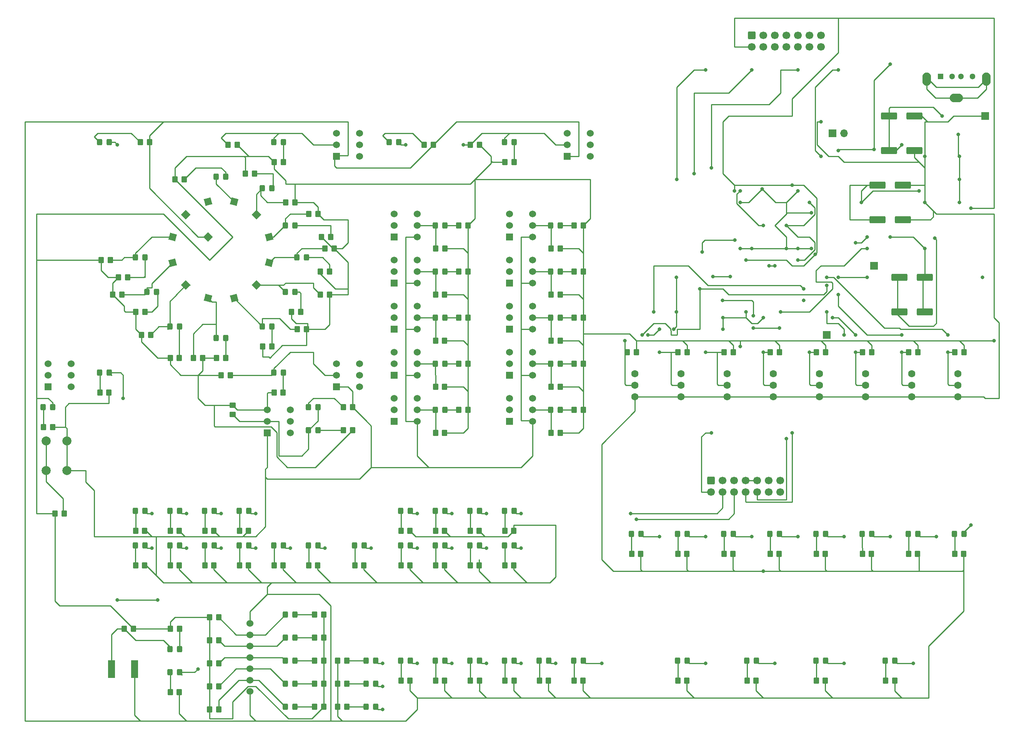
<source format=gbr>
%TF.GenerationSoftware,KiCad,Pcbnew,6.0.5-2.fc34*%
%TF.CreationDate,2022-08-16T14:02:57+03:00*%
%TF.ProjectId,spartan3,73706172-7461-46e3-932e-6b696361645f,rev?*%
%TF.SameCoordinates,Original*%
%TF.FileFunction,Copper,L1,Top*%
%TF.FilePolarity,Positive*%
%FSLAX46Y46*%
G04 Gerber Fmt 4.6, Leading zero omitted, Abs format (unit mm)*
G04 Created by KiCad (PCBNEW 6.0.5-2.fc34) date 2022-08-16 14:02:57*
%MOMM*%
%LPD*%
G01*
G04 APERTURE LIST*
G04 Aperture macros list*
%AMRoundRect*
0 Rectangle with rounded corners*
0 $1 Rounding radius*
0 $2 $3 $4 $5 $6 $7 $8 $9 X,Y pos of 4 corners*
0 Add a 4 corners polygon primitive as box body*
4,1,4,$2,$3,$4,$5,$6,$7,$8,$9,$2,$3,0*
0 Add four circle primitives for the rounded corners*
1,1,$1+$1,$2,$3*
1,1,$1+$1,$4,$5*
1,1,$1+$1,$6,$7*
1,1,$1+$1,$8,$9*
0 Add four rect primitives between the rounded corners*
20,1,$1+$1,$2,$3,$4,$5,0*
20,1,$1+$1,$4,$5,$6,$7,0*
20,1,$1+$1,$6,$7,$8,$9,0*
20,1,$1+$1,$8,$9,$2,$3,0*%
%AMRotRect*
0 Rectangle, with rotation*
0 The origin of the aperture is its center*
0 $1 length*
0 $2 width*
0 $3 Rotation angle, in degrees counterclockwise*
0 Add horizontal line*
21,1,$1,$2,0,0,$3*%
G04 Aperture macros list end*
%TA.AperFunction,ComponentPad*%
%ADD10RotRect,1.524000X1.524000X75.000000*%
%TD*%
%TA.AperFunction,ComponentPad*%
%ADD11RotRect,1.524000X1.524000X45.000000*%
%TD*%
%TA.AperFunction,ComponentPad*%
%ADD12RotRect,1.524000X1.524000X15.000000*%
%TD*%
%TA.AperFunction,ComponentPad*%
%ADD13RotRect,1.524000X1.524000X345.000000*%
%TD*%
%TA.AperFunction,ComponentPad*%
%ADD14RotRect,1.524000X1.524000X315.000000*%
%TD*%
%TA.AperFunction,ComponentPad*%
%ADD15RotRect,1.524000X1.524000X285.000000*%
%TD*%
%TA.AperFunction,ComponentPad*%
%ADD16RotRect,1.524000X1.524000X255.000000*%
%TD*%
%TA.AperFunction,ComponentPad*%
%ADD17RotRect,1.524000X1.524000X225.000000*%
%TD*%
%TA.AperFunction,ComponentPad*%
%ADD18RotRect,1.524000X1.524000X195.000000*%
%TD*%
%TA.AperFunction,ComponentPad*%
%ADD19RotRect,1.524000X1.524000X165.000000*%
%TD*%
%TA.AperFunction,ComponentPad*%
%ADD20RotRect,1.524000X1.524000X135.000000*%
%TD*%
%TA.AperFunction,ComponentPad*%
%ADD21RotRect,1.524000X1.524000X105.000000*%
%TD*%
%TA.AperFunction,SMDPad,CuDef*%
%ADD22RoundRect,0.250000X0.350000X0.450000X-0.350000X0.450000X-0.350000X-0.450000X0.350000X-0.450000X0*%
%TD*%
%TA.AperFunction,SMDPad,CuDef*%
%ADD23RoundRect,0.250000X-0.350000X-0.450000X0.350000X-0.450000X0.350000X0.450000X-0.350000X0.450000X0*%
%TD*%
%TA.AperFunction,SMDPad,CuDef*%
%ADD24RoundRect,0.250000X-0.325000X-0.450000X0.325000X-0.450000X0.325000X0.450000X-0.325000X0.450000X0*%
%TD*%
%TA.AperFunction,SMDPad,CuDef*%
%ADD25RoundRect,0.250000X-1.500000X-0.550000X1.500000X-0.550000X1.500000X0.550000X-1.500000X0.550000X0*%
%TD*%
%TA.AperFunction,ComponentPad*%
%ADD26C,1.600000*%
%TD*%
%TA.AperFunction,ComponentPad*%
%ADD27R,1.524000X1.524000*%
%TD*%
%TA.AperFunction,ComponentPad*%
%ADD28C,1.524000*%
%TD*%
%TA.AperFunction,SMDPad,CuDef*%
%ADD29RoundRect,0.250000X0.450000X-0.350000X0.450000X0.350000X-0.450000X0.350000X-0.450000X-0.350000X0*%
%TD*%
%TA.AperFunction,ComponentPad*%
%ADD30C,2.000000*%
%TD*%
%TA.AperFunction,ComponentPad*%
%ADD31R,1.500000X4.000000*%
%TD*%
%TA.AperFunction,ComponentPad*%
%ADD32R,1.524000X4.000000*%
%TD*%
%TA.AperFunction,ComponentPad*%
%ADD33R,1.700000X1.700000*%
%TD*%
%TA.AperFunction,ComponentPad*%
%ADD34O,1.700000X1.700000*%
%TD*%
%TA.AperFunction,ComponentPad*%
%ADD35RoundRect,0.250000X-0.600000X0.600000X-0.600000X-0.600000X0.600000X-0.600000X0.600000X0.600000X0*%
%TD*%
%TA.AperFunction,ComponentPad*%
%ADD36C,1.700000*%
%TD*%
%TA.AperFunction,ComponentPad*%
%ADD37R,1.300000X1.300000*%
%TD*%
%TA.AperFunction,ComponentPad*%
%ADD38C,1.300000*%
%TD*%
%TA.AperFunction,ComponentPad*%
%ADD39O,2.900000X1.900000*%
%TD*%
%TA.AperFunction,ComponentPad*%
%ADD40O,1.900000X2.900000*%
%TD*%
%TA.AperFunction,ViaPad*%
%ADD41C,0.800000*%
%TD*%
%TA.AperFunction,Conductor*%
%ADD42C,0.250000*%
%TD*%
G04 APERTURE END LIST*
D10*
%TO.P,SW_read_register_0,1,1*%
%TO.N,P7*%
X33824816Y-50812991D03*
D11*
%TO.P,SW_read_register_0,2,2*%
%TO.N,unconnected-(SW_read_register_0-Pad2)*%
X36671826Y-45881826D03*
D12*
%TO.P,SW_read_register_0,3,3*%
%TO.N,unconnected-(SW_read_register_0-Pad3)*%
X41602990Y-43034816D03*
D13*
%TO.P,SW_read_register_0,4,4*%
%TO.N,Net-(D_in_none_r_0-Pad1)*%
X47297009Y-43034816D03*
D14*
%TO.P,SW_read_register_0,5,5*%
%TO.N,P18*%
X52228174Y-45881826D03*
D15*
%TO.P,SW_read_register_0,6,6*%
%TO.N,P17*%
X55075184Y-50812990D03*
D16*
%TO.P,SW_read_register_0,7,7*%
%TO.N,P16*%
X55075184Y-56507009D03*
D17*
%TO.P,SW_read_register_0,8,8*%
%TO.N,P15*%
X52228174Y-61438174D03*
D18*
%TO.P,SW_read_register_0,9,9*%
%TO.N,P14*%
X47297010Y-64285184D03*
D19*
%TO.P,SW_read_register_0,10,10*%
%TO.N,P12*%
X41602991Y-64285184D03*
D20*
%TO.P,SW_read_register_0,11,11*%
%TO.N,P10*%
X36671826Y-61438174D03*
D21*
%TO.P,SW_read_register_0,12,12*%
%TO.N,P8*%
X33824816Y-56507010D03*
D17*
%TO.P,SW_read_register_0,13,13*%
%TO.N,GND*%
X41620000Y-50830000D03*
%TD*%
D22*
%TO.P,R_d_in_ram_a_w_0,1*%
%TO.N,VCC*%
X98790000Y-78740000D03*
%TO.P,R_d_in_ram_a_w_0,2*%
%TO.N,Net-(D_in_ram_a_w_0-Pad2)*%
X96790000Y-78740000D03*
%TD*%
D23*
%TO.P,R_out_acc_r_0,1*%
%TO.N,Net-(D_out_acc_r_0-Pad1)*%
X33250000Y-115570000D03*
%TO.P,R_out_acc_r_0,2*%
%TO.N,GND*%
X35250000Y-115570000D03*
%TD*%
D24*
%TO.P,D_out_s6_0,1,K*%
%TO.N,Net-(D_out_s6_0-Pad1)*%
X122125000Y-144240000D03*
%TO.P,D_out_s6_0,2,A*%
%TO.N,P74*%
X124175000Y-144240000D03*
%TD*%
D23*
%TO.P,R_in_manual_input_o_1,1*%
%TO.N,P41*%
X195850000Y-76200000D03*
%TO.P,R_in_manual_input_o_1,2*%
%TO.N,VCC*%
X197850000Y-76200000D03*
%TD*%
D24*
%TO.P,D_out_is_bus1_w_0,1,K*%
%TO.N,Net-(D_out_is_bus1_w_0-Pad1)*%
X17745000Y-80740000D03*
%TO.P,D_out_is_bus1_w_0,2,A*%
%TO.N,P5*%
X19795000Y-80740000D03*
%TD*%
D23*
%TO.P,R_reset_0,1*%
%TO.N,VCC*%
X7890000Y-111760000D03*
%TO.P,R_reset_0,2*%
%TO.N,P24*%
X9890000Y-111760000D03*
%TD*%
D22*
%TO.P,R_in_is_clk_manual_0,1*%
%TO.N,P87*%
X43910000Y-154940000D03*
%TO.P,R_in_is_clk_manual_0,2*%
%TO.N,VCC*%
X41910000Y-154940000D03*
%TD*%
D24*
%TO.P,D_in_r2_r_0,1,K*%
%TO.N,P10*%
X33225000Y-70580000D03*
%TO.P,D_in_r2_r_0,2,A*%
%TO.N,Net-(D_in_r2_r_0-Pad2)*%
X35275000Y-70580000D03*
%TD*%
D23*
%TO.P,R_d_in_acc_r_0,1*%
%TO.N,VCC*%
X66310000Y-58420000D03*
%TO.P,R_d_in_acc_r_0,2*%
%TO.N,Net-(D_in_acc_r_0-Pad2)*%
X68310000Y-58420000D03*
%TD*%
D24*
%TO.P,D_out_flags_z_0,1,K*%
%TO.N,Net-(D_out_flags_z_0-Pad1)*%
X190705000Y-144240000D03*
%TO.P,D_out_flags_z_0,2,A*%
%TO.N,P22*%
X192755000Y-144240000D03*
%TD*%
%TO.P,D_out_sysbus_1,1,K*%
%TO.N,Net-(D_out_sysbus_1-Pad1)*%
X195785000Y-116300000D03*
%TO.P,D_out_sysbus_1,2,A*%
%TO.N,P33*%
X197835000Y-116300000D03*
%TD*%
%TO.P,D_in_r2_w_0,1,K*%
%TO.N,P119*%
X117045000Y-78740000D03*
%TO.P,D_in_r2_w_0,2,A*%
%TO.N,Net-(D_in_r2_w_0-Pad2)*%
X119095000Y-78740000D03*
%TD*%
D23*
%TO.P,R_in_ir_w_0,1*%
%TO.N,P141*%
X91670000Y-63500000D03*
%TO.P,R_in_ir_w_0,2*%
%TO.N,VCC*%
X93670000Y-63500000D03*
%TD*%
%TO.P,R_out_r2_w_0,1*%
%TO.N,Net-(D_out_r2_w_0-Pad1)*%
X99290000Y-123190000D03*
%TO.P,R_out_r2_w_0,2*%
%TO.N,GND*%
X101290000Y-123190000D03*
%TD*%
D24*
%TO.P,D_out_r0_w_0,1,K*%
%TO.N,Net-(D_out_r0_w_0-Pad1)*%
X84025000Y-118840000D03*
%TO.P,D_out_r0_w_0,2,A*%
%TO.N,P106*%
X86075000Y-118840000D03*
%TD*%
D23*
%TO.P,R_out_is_bus1_w_0,1*%
%TO.N,Net-(D_out_is_bus1_w_0-Pad1)*%
X17770000Y-85090000D03*
%TO.P,R_out_is_bus1_w_0,2*%
%TO.N,GND*%
X19770000Y-85090000D03*
%TD*%
%TO.P,R_out_flags_C_out_0,1*%
%TO.N,Net-(D_out_flags_C_out_0-Pad1)*%
X145010000Y-148590000D03*
%TO.P,R_out_flags_C_out_0,2*%
%TO.N,GND*%
X147010000Y-148590000D03*
%TD*%
D25*
%TO.P,C_pwr_vcc_core_1,1*%
%TO.N,VCC_core*%
X188970000Y-46990000D03*
%TO.P,C_pwr_vcc_core_1,2*%
%TO.N,GND*%
X194570000Y-46990000D03*
%TD*%
D24*
%TO.P,D_in_is_clk_low_0,1,K*%
%TO.N,P88*%
X58625000Y-149320000D03*
%TO.P,D_in_is_clk_low_0,2,A*%
%TO.N,Net-(D_in_is_clk_low_0-Pad2)*%
X60675000Y-149320000D03*
%TD*%
D26*
%TO.P,SW_in_manual_input_o_1,1,A*%
%TO.N,GND*%
X196550000Y-86060000D03*
%TO.P,SW_in_manual_input_o_1,2,B*%
%TO.N,P41*%
X196550000Y-83520000D03*
%TO.P,SW_in_manual_input_o_1,3,C*%
%TO.N,unconnected-(SW_in_manual_input_o_1-Pad3)*%
X196550000Y-80980000D03*
%TD*%
D23*
%TO.P,R_out_iar_r_0,1*%
%TO.N,Net-(D_out_iar_r_0-Pad1)*%
X25630000Y-115570000D03*
%TO.P,R_out_iar_r_0,2*%
%TO.N,GND*%
X27630000Y-115570000D03*
%TD*%
%TO.P,R_in_ir_r_0,1*%
%TO.N,P17*%
X63770000Y-45720000D03*
%TO.P,R_in_ir_r_0,2*%
%TO.N,VCC*%
X65770000Y-45720000D03*
%TD*%
D22*
%TO.P,R_out_clkc_0,1*%
%TO.N,Net-(D_out_clkc_0-Pad1)*%
X72120000Y-144240000D03*
%TO.P,R_out_clkc_0,2*%
%TO.N,GND*%
X70120000Y-144240000D03*
%TD*%
D26*
%TO.P,SW_in_manual_input_o_2,1,A*%
%TO.N,GND*%
X186390000Y-86060000D03*
%TO.P,SW_in_manual_input_o_2,2,B*%
%TO.N,P47*%
X186390000Y-83520000D03*
%TO.P,SW_in_manual_input_o_2,3,C*%
%TO.N,unconnected-(SW_in_manual_input_o_2-Pad3)*%
X186390000Y-80980000D03*
%TD*%
D24*
%TO.P,D_out_r0_r_0,1,K*%
%TO.N,Net-(D_out_r0_r_0-Pad1)*%
X84025000Y-111220000D03*
%TO.P,D_out_r0_r_0,2,A*%
%TO.N,P130*%
X86075000Y-111220000D03*
%TD*%
D22*
%TO.P,R_in_manual_input_r_0,1*%
%TO.N,P7*%
X20050000Y-55880000D03*
%TO.P,R_in_manual_input_r_0,2*%
%TO.N,VCC*%
X18050000Y-55880000D03*
%TD*%
D23*
%TO.P,R_out_s6_0,1*%
%TO.N,Net-(D_out_s6_0-Pad1)*%
X122150000Y-148590000D03*
%TO.P,R_out_s6_0,2*%
%TO.N,GND*%
X124150000Y-148590000D03*
%TD*%
%TO.P,R_out_bus1_0,1*%
%TO.N,Net-(D_out_bus1_0-Pad1)*%
X48490000Y-115570000D03*
%TO.P,R_out_bus1_0,2*%
%TO.N,GND*%
X50490000Y-115570000D03*
%TD*%
%TO.P,R_d_in_manual_input_r_0,1*%
%TO.N,VCC*%
X21860000Y-59690000D03*
%TO.P,R_d_in_manual_input_r_0,2*%
%TO.N,Net-(D_in_manual_input_r_0-Pad2)*%
X23860000Y-59690000D03*
%TD*%
%TO.P,R_d_in_r3_r_0,1*%
%TO.N,VCC*%
X25670000Y-67310000D03*
%TO.P,R_d_in_r3_r_0,2*%
%TO.N,Net-(D_in_r3_r_0-Pad2)*%
X27670000Y-67310000D03*
%TD*%
D22*
%TO.P,R_out_clkw_0,1*%
%TO.N,Net-(D_out_clkw_0-Pad1)*%
X72120000Y-154400000D03*
%TO.P,R_out_clkw_0,2*%
%TO.N,GND*%
X70120000Y-154400000D03*
%TD*%
D24*
%TO.P,D_out_can_write_0,1,K*%
%TO.N,Net-(D_out_can_write_0-Pad1)*%
X81485000Y-29940000D03*
%TO.P,D_out_can_write_0,2,A*%
%TO.N,P3*%
X83535000Y-29940000D03*
%TD*%
D23*
%TO.P,R_out_s4_0,1*%
%TO.N,Net-(D_out_s4_0-Pad1)*%
X106950000Y-148590000D03*
%TO.P,R_out_s4_0,2*%
%TO.N,GND*%
X108950000Y-148590000D03*
%TD*%
%TO.P,R_in_r1_w_0,1*%
%TO.N,P120*%
X117110000Y-73660000D03*
%TO.P,R_in_r1_w_0,2*%
%TO.N,VCC*%
X119110000Y-73660000D03*
%TD*%
%TO.P,R_in_manual_input_o_4,1*%
%TO.N,P58*%
X165370000Y-76200000D03*
%TO.P,R_in_manual_input_o_4,2*%
%TO.N,VCC*%
X167370000Y-76200000D03*
%TD*%
%TO.P,R_in_clk_manual_0,1*%
%TO.N,P95*%
X23130000Y-137160000D03*
%TO.P,R_in_clk_manual_0,2*%
%TO.N,VCC*%
X25130000Y-137160000D03*
%TD*%
D27*
%TO.P,SW_in_bus1_0,1,A*%
%TO.N,GND*%
X54610000Y-93980000D03*
D28*
%TO.P,SW_in_bus1_0,2,B*%
%TO.N,P4*%
X54610000Y-91440000D03*
%TO.P,SW_in_bus1_0,3,C*%
%TO.N,VCC*%
X54610000Y-88900000D03*
%TO.P,SW_in_bus1_0,4*%
%TO.N,N/C*%
X59690000Y-93980000D03*
%TO.P,SW_in_bus1_0,5*%
X59690000Y-91440000D03*
%TO.P,SW_in_bus1_0,6*%
X59690000Y-88900000D03*
%TD*%
D23*
%TO.P,R_in_r1_r_0,1*%
%TO.N,P12*%
X38370000Y-77470000D03*
%TO.P,R_in_r1_r_0,2*%
%TO.N,VCC*%
X40370000Y-77470000D03*
%TD*%
%TO.P,R_out_sysbus_2,1*%
%TO.N,Net-(D_out_sysbus_2-Pad1)*%
X185650000Y-120650000D03*
%TO.P,R_out_sysbus_2,2*%
%TO.N,GND*%
X187650000Y-120650000D03*
%TD*%
%TO.P,R_out_r2_r_0,1*%
%TO.N,Net-(D_out_r2_r_0-Pad1)*%
X99290000Y-115570000D03*
%TO.P,R_out_r2_r_0,2*%
%TO.N,GND*%
X101290000Y-115570000D03*
%TD*%
D27*
%TO.P,SW_in_is_bus1_w_0,1,A*%
%TO.N,GND*%
X69850000Y-83820000D03*
D28*
%TO.P,SW_in_is_bus1_w_0,2,B*%
%TO.N,P6*%
X69850000Y-81280000D03*
%TO.P,SW_in_is_bus1_w_0,3,C*%
%TO.N,unconnected-(SW_in_is_bus1_w_0-Pad3)*%
X69850000Y-78740000D03*
%TO.P,SW_in_is_bus1_w_0,4*%
%TO.N,N/C*%
X74930000Y-83820000D03*
%TO.P,SW_in_is_bus1_w_0,5*%
X74930000Y-81280000D03*
%TO.P,SW_in_is_bus1_w_0,6*%
X74930000Y-78740000D03*
%TD*%
D22*
%TO.P,R_d_in_r0_w_0,1*%
%TO.N,VCC*%
X124190000Y-58420000D03*
%TO.P,R_d_in_r0_w_0,2*%
%TO.N,Net-(D_in_r0_w_0-Pad2)*%
X122190000Y-58420000D03*
%TD*%
D26*
%TO.P,SW_in_manual_input_o_0,1,A*%
%TO.N,GND*%
X206710000Y-86060000D03*
%TO.P,SW_in_manual_input_o_0,2,B*%
%TO.N,P38*%
X206710000Y-83520000D03*
%TO.P,SW_in_manual_input_o_0,3,C*%
%TO.N,unconnected-(SW_in_manual_input_o_0-Pad3)*%
X206710000Y-80980000D03*
%TD*%
D27*
%TO.P,SW_pwr_0,1,A*%
%TO.N,Net-(F_pwr_0-Pad2)*%
X6350000Y-83820000D03*
D28*
%TO.P,SW_pwr_0,2,B*%
%TO.N,Net-(SW_pwr_0-Pad2)*%
X6350000Y-81280000D03*
%TO.P,SW_pwr_0,3,C*%
%TO.N,unconnected-(SW_pwr_0-Pad3)*%
X6350000Y-78740000D03*
%TO.P,SW_pwr_0,4*%
%TO.N,N/C*%
X11430000Y-83820000D03*
%TO.P,SW_pwr_0,5*%
X11430000Y-81280000D03*
%TO.P,SW_pwr_0,6*%
X11430000Y-78740000D03*
%TD*%
D23*
%TO.P,R_out_ram_r_0,1*%
%TO.N,Net-(D_out_ram_r_0-Pad1)*%
X40870000Y-115570000D03*
%TO.P,R_out_ram_r_0,2*%
%TO.N,GND*%
X42870000Y-115570000D03*
%TD*%
D27*
%TO.P,SW_in_r2_w_0,1*%
%TO.N,N/C*%
X107950000Y-81280000D03*
D28*
%TO.P,SW_in_r2_w_0,2*%
X107950000Y-78740000D03*
%TO.P,SW_in_r2_w_0,3*%
X107950000Y-76200000D03*
%TO.P,SW_in_r2_w_0,4,A*%
%TO.N,GND*%
X113030000Y-81280000D03*
%TO.P,SW_in_r2_w_0,5,B*%
%TO.N,P119*%
X113030000Y-78740000D03*
%TO.P,SW_in_r2_w_0,6,C*%
%TO.N,unconnected-(SW_in_r2_w_0-Pad6)*%
X113030000Y-76200000D03*
%TD*%
D23*
%TO.P,R_d_in_is_bus1_w_0,1*%
%TO.N,VCC*%
X56110000Y-85090000D03*
%TO.P,R_d_in_is_bus1_w_0,2*%
%TO.N,Net-(D_in_is_bus1_w_0-Pad2)*%
X58110000Y-85090000D03*
%TD*%
%TO.P,R_d_in_r0_r_0,1*%
%TO.N,VCC*%
X53610000Y-74930000D03*
%TO.P,R_d_in_r0_r_0,2*%
%TO.N,Net-(D_in_r0_r_0-Pad2)*%
X55610000Y-74930000D03*
%TD*%
D25*
%TO.P,C_pwr_vcc_core_0,1*%
%TO.N,VCC_core*%
X188970000Y-39370000D03*
%TO.P,C_pwr_vcc_core_0,2*%
%TO.N,GND*%
X194570000Y-39370000D03*
%TD*%
D22*
%TO.P,R_d_in_temp_w_0,1*%
%TO.N,VCC*%
X124190000Y-48260000D03*
%TO.P,R_d_in_temp_w_0,2*%
%TO.N,Net-(D_in_temp_w_0-Pad2)*%
X122190000Y-48260000D03*
%TD*%
D24*
%TO.P,D_out_clkr_0,1,K*%
%TO.N,Net-(D_out_clkr_0-Pad1)*%
X76405000Y-149320000D03*
%TO.P,D_out_clkr_0,2,A*%
%TO.N,P85*%
X78455000Y-149320000D03*
%TD*%
D23*
%TO.P,R_d_in_ram_r_0,1*%
%TO.N,VCC*%
X59960000Y-67310000D03*
%TO.P,R_d_in_ram_r_0,2*%
%TO.N,Net-(D_in_ram_r_0-Pad2)*%
X61960000Y-67310000D03*
%TD*%
%TO.P,R_out_sysbus_5,1*%
%TO.N,Net-(D_out_sysbus_5-Pad1)*%
X155170000Y-120650000D03*
%TO.P,R_out_sysbus_5,2*%
%TO.N,GND*%
X157170000Y-120650000D03*
%TD*%
D24*
%TO.P,D_out_s2_0,1,K*%
%TO.N,Net-(D_out_s2_0-Pad1)*%
X91645000Y-144240000D03*
%TO.P,D_out_s2_0,2,A*%
%TO.N,P81*%
X93695000Y-144240000D03*
%TD*%
D27*
%TO.P,SW_in_r3_w_0,1*%
%TO.N,N/C*%
X107950000Y-91440000D03*
D28*
%TO.P,SW_in_r3_w_0,2*%
X107950000Y-88900000D03*
%TO.P,SW_in_r3_w_0,3*%
X107950000Y-86360000D03*
%TO.P,SW_in_r3_w_0,4,A*%
%TO.N,GND*%
X113030000Y-91440000D03*
%TO.P,SW_in_r3_w_0,5,B*%
%TO.N,P117*%
X113030000Y-88900000D03*
%TO.P,SW_in_r3_w_0,6,C*%
%TO.N,unconnected-(SW_in_r3_w_0-Pad6)*%
X113030000Y-86360000D03*
%TD*%
D26*
%TO.P,SW_in_manual_input_o_7,1,A*%
%TO.N,GND*%
X135590000Y-86060000D03*
%TO.P,SW_in_manual_input_o_7,2,B*%
%TO.N,P69*%
X135590000Y-83520000D03*
%TO.P,SW_in_manual_input_o_7,3,C*%
%TO.N,unconnected-(SW_in_manual_input_o_7-Pad3)*%
X135590000Y-80980000D03*
%TD*%
D23*
%TO.P,R_d_in_iar_r_0,1*%
%TO.N,VCC*%
X49800000Y-36830000D03*
%TO.P,R_d_in_iar_r_0,2*%
%TO.N,Net-(D_in_iar_r_0-Pad2)*%
X51800000Y-36830000D03*
%TD*%
D24*
%TO.P,D_in_iar_w_0,1,K*%
%TO.N,P142*%
X91645000Y-48260000D03*
%TO.P,D_in_iar_w_0,2,A*%
%TO.N,Net-(D_in_iar_w_0-Pad2)*%
X93695000Y-48260000D03*
%TD*%
%TO.P,D_out_iar_r_0,1,K*%
%TO.N,Net-(D_out_iar_r_0-Pad1)*%
X25605000Y-111220000D03*
%TO.P,D_out_iar_r_0,2,A*%
%TO.N,P135*%
X27655000Y-111220000D03*
%TD*%
D23*
%TO.P,R_out_ram_w_0,1*%
%TO.N,Net-(D_out_ram_w_0-Pad1)*%
X40870000Y-123190000D03*
%TO.P,R_out_ram_w_0,2*%
%TO.N,GND*%
X42870000Y-123190000D03*
%TD*%
%TO.P,R_in_r0_w_0,1*%
%TO.N,P122*%
X117110000Y-63500000D03*
%TO.P,R_in_r0_w_0,2*%
%TO.N,VCC*%
X119110000Y-63500000D03*
%TD*%
D22*
%TO.P,R_d_in_ir_w_0,1*%
%TO.N,VCC*%
X98790000Y-58420000D03*
%TO.P,R_d_in_ir_w_0,2*%
%TO.N,Net-(D_in_ir_w_0-Pad2)*%
X96790000Y-58420000D03*
%TD*%
D23*
%TO.P,R_out_flags_eq_0,1*%
%TO.N,Net-(D_out_flags_eq_0-Pad1)*%
X175490000Y-148590000D03*
%TO.P,R_out_flags_eq_0,2*%
%TO.N,GND*%
X177490000Y-148590000D03*
%TD*%
D24*
%TO.P,D_out_ram_r_0,1,K*%
%TO.N,Net-(D_out_ram_r_0-Pad1)*%
X40845000Y-111220000D03*
%TO.P,D_out_ram_r_0,2,A*%
%TO.N,P132*%
X42895000Y-111220000D03*
%TD*%
D23*
%TO.P,R_d_in_r2_r_0,1*%
%TO.N,VCC*%
X33250000Y-77470000D03*
%TO.P,R_d_in_r2_r_0,2*%
%TO.N,Net-(D_in_r2_r_0-Pad2)*%
X35250000Y-77470000D03*
%TD*%
D24*
%TO.P,D_out_r2_r_0,1,K*%
%TO.N,Net-(D_out_r2_r_0-Pad1)*%
X99265000Y-111220000D03*
%TO.P,D_out_r2_r_0,2,A*%
%TO.N,P125*%
X101315000Y-111220000D03*
%TD*%
D22*
%TO.P,R_in_is_clk_high_0,1*%
%TO.N,P89*%
X43910000Y-144780000D03*
%TO.P,R_in_is_clk_high_0,2*%
%TO.N,VCC*%
X41910000Y-144780000D03*
%TD*%
D24*
%TO.P,D_out_r3_r_0,1,K*%
%TO.N,Net-(D_out_r3_r_0-Pad1)*%
X106885000Y-111220000D03*
%TO.P,D_out_r3_r_0,2,A*%
%TO.N,P124*%
X108935000Y-111220000D03*
%TD*%
D29*
%TO.P,R_in_bus1_0,1*%
%TO.N,P4*%
X46990000Y-89900000D03*
%TO.P,R_in_bus1_0,2*%
%TO.N,VCC*%
X46990000Y-87900000D03*
%TD*%
D23*
%TO.P,R_d_in_bus1_one_0,1*%
%TO.N,Net-(D_in_bus1_one_0-Pad2)*%
X71390000Y-93440000D03*
%TO.P,R_d_in_bus1_one_0,2*%
%TO.N,VCC*%
X73390000Y-93440000D03*
%TD*%
D24*
%TO.P,D_out_flags_eq_0,1,K*%
%TO.N,Net-(D_out_flags_eq_0-Pad1)*%
X175465000Y-144240000D03*
%TO.P,D_out_flags_eq_0,2,A*%
%TO.N,P23*%
X177515000Y-144240000D03*
%TD*%
%TO.P,D_out_s5_0,1,K*%
%TO.N,Net-(D_out_s5_0-Pad1)*%
X114505000Y-144240000D03*
%TO.P,D_out_s5_0,2,A*%
%TO.N,P75*%
X116555000Y-144240000D03*
%TD*%
%TO.P,D_out_acc_w_0,1,K*%
%TO.N,Net-(D_out_acc_w_0-Pad1)*%
X33225000Y-118840000D03*
%TO.P,D_out_acc_w_0,2,A*%
%TO.N,P96*%
X35275000Y-118840000D03*
%TD*%
D23*
%TO.P,R_out_ir_w_0,1*%
%TO.N,Net-(D_out_ir_w_0-Pad1)*%
X48490000Y-123190000D03*
%TO.P,R_out_ir_w_0,2*%
%TO.N,GND*%
X50490000Y-123190000D03*
%TD*%
D22*
%TO.P,R_out_clkr_0,1*%
%TO.N,Net-(D_out_clkr_0-Pad1)*%
X72120000Y-149320000D03*
%TO.P,R_out_clkr_0,2*%
%TO.N,GND*%
X70120000Y-149320000D03*
%TD*%
D24*
%TO.P,D_out_s3_0,1,K*%
%TO.N,Net-(D_out_s3_0-Pad1)*%
X99265000Y-144240000D03*
%TO.P,D_out_s3_0,2,A*%
%TO.N,P77*%
X101315000Y-144240000D03*
%TD*%
D23*
%TO.P,R_in_r3_w_0,1*%
%TO.N,P117*%
X117110000Y-93980000D03*
%TO.P,R_in_r3_w_0,2*%
%TO.N,VCC*%
X119110000Y-93980000D03*
%TD*%
%TO.P,R_out_s1_0,1*%
%TO.N,Net-(D_out_s1_0-Pad1)*%
X84050000Y-148590000D03*
%TO.P,R_out_s1_0,2*%
%TO.N,GND*%
X86050000Y-148590000D03*
%TD*%
D22*
%TO.P,R_d_in_acc_w_0,1*%
%TO.N,VCC*%
X98790000Y-68580000D03*
%TO.P,R_d_in_acc_w_0,2*%
%TO.N,Net-(D_in_acc_w_0-Pad2)*%
X96790000Y-68580000D03*
%TD*%
D24*
%TO.P,D_in_r3_w_0,1,K*%
%TO.N,P117*%
X117045000Y-88900000D03*
%TO.P,D_in_r3_w_0,2,A*%
%TO.N,Net-(D_in_r3_w_0-Pad2)*%
X119095000Y-88900000D03*
%TD*%
D23*
%TO.P,R_in_temp_w_0,1*%
%TO.N,P123*%
X117110000Y-53340000D03*
%TO.P,R_in_temp_w_0,2*%
%TO.N,VCC*%
X119110000Y-53340000D03*
%TD*%
D24*
%TO.P,D_out_r2_w_0,1,K*%
%TO.N,Net-(D_out_r2_w_0-Pad1)*%
X99265000Y-118840000D03*
%TO.P,D_out_r2_w_0,2,A*%
%TO.N,P113*%
X101315000Y-118840000D03*
%TD*%
D23*
%TO.P,R_out_s5_0,1*%
%TO.N,Net-(D_out_s5_0-Pad1)*%
X114530000Y-148590000D03*
%TO.P,R_out_s5_0,2*%
%TO.N,GND*%
X116530000Y-148590000D03*
%TD*%
%TO.P,R_out_r1_w_0,1*%
%TO.N,Net-(D_out_r1_w_0-Pad1)*%
X91670000Y-123190000D03*
%TO.P,R_out_r1_w_0,2*%
%TO.N,GND*%
X93670000Y-123190000D03*
%TD*%
%TO.P,R_out_r0_w_0,1*%
%TO.N,Net-(D_out_r0_w_0-Pad1)*%
X84050000Y-123190000D03*
%TO.P,R_out_r0_w_0,2*%
%TO.N,GND*%
X86050000Y-123190000D03*
%TD*%
%TO.P,R_out_clk_internal_0,1*%
%TO.N,Net-(D_out_clk_internal_0-Pad1)*%
X33250000Y-151130000D03*
%TO.P,R_out_clk_internal_0,2*%
%TO.N,GND*%
X35250000Y-151130000D03*
%TD*%
D24*
%TO.P,D_in_is_clk_high_0,1,K*%
%TO.N,P89*%
X58625000Y-144240000D03*
%TO.P,D_in_is_clk_high_0,2,A*%
%TO.N,Net-(D_in_is_clk_high_0-Pad2)*%
X60675000Y-144240000D03*
%TD*%
%TO.P,D_in_bus1_one_0,1,K*%
%TO.N,P4*%
X63705000Y-93440000D03*
%TO.P,D_in_bus1_one_0,2,A*%
%TO.N,Net-(D_in_bus1_one_0-Pad2)*%
X65755000Y-93440000D03*
%TD*%
D27*
%TO.P,SW_in_acc_w_0,1*%
%TO.N,N/C*%
X82550000Y-71120000D03*
D28*
%TO.P,SW_in_acc_w_0,2*%
X82550000Y-68580000D03*
%TO.P,SW_in_acc_w_0,3*%
X82550000Y-66040000D03*
%TO.P,SW_in_acc_w_0,4,A*%
%TO.N,GND*%
X87630000Y-71120000D03*
%TO.P,SW_in_acc_w_0,5,B*%
%TO.N,P140*%
X87630000Y-68580000D03*
%TO.P,SW_in_acc_w_0,6,C*%
%TO.N,unconnected-(SW_in_acc_w_0-Pad6)*%
X87630000Y-66040000D03*
%TD*%
D26*
%TO.P,SW_in_manual_input_o_6,1,A*%
%TO.N,GND*%
X145750000Y-86060000D03*
%TO.P,SW_in_manual_input_o_6,2,B*%
%TO.N,P66*%
X145750000Y-83520000D03*
%TO.P,SW_in_manual_input_o_6,3,C*%
%TO.N,unconnected-(SW_in_manual_input_o_6-Pad3)*%
X145750000Y-80980000D03*
%TD*%
D23*
%TO.P,R_in_write_reg_en_0,1*%
%TO.N,P2*%
X99330000Y-30480000D03*
%TO.P,R_in_write_reg_en_0,2*%
%TO.N,VCC*%
X101330000Y-30480000D03*
%TD*%
%TO.P,R_d_in_none_r_0,1*%
%TO.N,VCC*%
X34290000Y-38100000D03*
%TO.P,R_d_in_none_r_0,2*%
%TO.N,Net-(D_in_none_r_0-Pad2)*%
X36290000Y-38100000D03*
%TD*%
D25*
%TO.P,C_pwr_aux_0,1*%
%TO.N,VCC_aux*%
X193790000Y-59690000D03*
%TO.P,C_pwr_aux_0,2*%
%TO.N,GND*%
X199390000Y-59690000D03*
%TD*%
D23*
%TO.P,R_out_flags_w_0,1*%
%TO.N,Net-(D_out_flags_w_0-Pad1)*%
X73890000Y-123190000D03*
%TO.P,R_out_flags_w_0,2*%
%TO.N,GND*%
X75890000Y-123190000D03*
%TD*%
D25*
%TO.P,U_pwr_vcc_1,1*%
%TO.N,VCC*%
X191510000Y-31750000D03*
%TO.P,U_pwr_vcc_1,2*%
%TO.N,GND*%
X197110000Y-31750000D03*
%TD*%
D26*
%TO.P,SW_in_manual_input_o_4,1,A*%
%TO.N,GND*%
X166070000Y-86060000D03*
%TO.P,SW_in_manual_input_o_4,2,B*%
%TO.N,P58*%
X166070000Y-83520000D03*
%TO.P,SW_in_manual_input_o_4,3,C*%
%TO.N,unconnected-(SW_in_manual_input_o_4-Pad3)*%
X166070000Y-80980000D03*
%TD*%
D27*
%TO.P,SW_in_ir_w_0,1*%
%TO.N,N/C*%
X82550000Y-60960000D03*
D28*
%TO.P,SW_in_ir_w_0,2*%
X82550000Y-58420000D03*
%TO.P,SW_in_ir_w_0,3*%
X82550000Y-55880000D03*
%TO.P,SW_in_ir_w_0,4,A*%
%TO.N,GND*%
X87630000Y-60960000D03*
%TO.P,SW_in_ir_w_0,5,B*%
%TO.N,P141*%
X87630000Y-58420000D03*
%TO.P,SW_in_ir_w_0,6,C*%
%TO.N,unconnected-(SW_in_ir_w_0-Pad6)*%
X87630000Y-55880000D03*
%TD*%
D24*
%TO.P,D_out_flags_gt_0,1,K*%
%TO.N,Net-(D_out_flags_gt_0-Pad1)*%
X160225000Y-144240000D03*
%TO.P,D_out_flags_gt_0,2,A*%
%TO.N,P25*%
X162275000Y-144240000D03*
%TD*%
%TO.P,D_in_r1_w_0,1,K*%
%TO.N,P120*%
X117045000Y-68580000D03*
%TO.P,D_in_r1_w_0,2,A*%
%TO.N,Net-(D_in_r1_w_0-Pad2)*%
X119095000Y-68580000D03*
%TD*%
%TO.P,D_out_clk_internal_0,1,K*%
%TO.N,Net-(D_out_clk_internal_0-Pad1)*%
X33225000Y-146780000D03*
%TO.P,D_out_clk_internal_0,2,A*%
%TO.N,P93*%
X35275000Y-146780000D03*
%TD*%
%TO.P,D_in_ram_w_0,1,K*%
%TO.N,P136*%
X91645000Y-88900000D03*
%TO.P,D_in_ram_w_0,2,A*%
%TO.N,Net-(D_in_ram_w_0-Pad2)*%
X93695000Y-88900000D03*
%TD*%
D22*
%TO.P,R_d_in_is_clk_external_0,1*%
%TO.N,VCC*%
X67040000Y-139160000D03*
%TO.P,R_d_in_is_clk_external_0,2*%
%TO.N,Net-(D_in_is_clk_external_0-Pad2)*%
X65040000Y-139160000D03*
%TD*%
D24*
%TO.P,D_out_sysbus_0,1,K*%
%TO.N,Net-(D_out_sysbus_0-Pad1)*%
X205945000Y-116300000D03*
%TO.P,D_out_sysbus_0,2,A*%
%TO.N,P32*%
X207995000Y-116300000D03*
%TD*%
D27*
%TO.P,SW_in_ram_a_w_0,1*%
%TO.N,N/C*%
X82550000Y-81280000D03*
D28*
%TO.P,SW_in_ram_a_w_0,2*%
X82550000Y-78740000D03*
%TO.P,SW_in_ram_a_w_0,3*%
X82550000Y-76200000D03*
%TO.P,SW_in_ram_a_w_0,4,A*%
%TO.N,GND*%
X87630000Y-81280000D03*
%TO.P,SW_in_ram_a_w_0,5,B*%
%TO.N,P139*%
X87630000Y-78740000D03*
%TO.P,SW_in_ram_a_w_0,6,C*%
%TO.N,unconnected-(SW_in_ram_a_w_0-Pad6)*%
X87630000Y-76200000D03*
%TD*%
D23*
%TO.P,R_in_manual_input_o_5,1*%
%TO.N,P59*%
X155210000Y-76200000D03*
%TO.P,R_in_manual_input_o_5,2*%
%TO.N,VCC*%
X157210000Y-76200000D03*
%TD*%
%TO.P,R_out_s3_0,1*%
%TO.N,Net-(D_out_s3_0-Pad1)*%
X99330000Y-148590000D03*
%TO.P,R_out_s3_0,2*%
%TO.N,GND*%
X101330000Y-148590000D03*
%TD*%
D24*
%TO.P,D_in_acc_w_0,1,K*%
%TO.N,P140*%
X91645000Y-68580000D03*
%TO.P,D_in_acc_w_0,2,A*%
%TO.N,Net-(D_in_acc_w_0-Pad2)*%
X93695000Y-68580000D03*
%TD*%
D23*
%TO.P,R_in_r2_w_0,1*%
%TO.N,P119*%
X117110000Y-83820000D03*
%TO.P,R_in_r2_w_0,2*%
%TO.N,VCC*%
X119110000Y-83820000D03*
%TD*%
D27*
%TO.P,SW_in_write_reg_en_0,1,A*%
%TO.N,GND*%
X120650000Y-33020000D03*
D28*
%TO.P,SW_in_write_reg_en_0,2,B*%
%TO.N,P2*%
X120650000Y-30480000D03*
%TO.P,SW_in_write_reg_en_0,3,C*%
%TO.N,unconnected-(SW_in_write_reg_en_0-Pad3)*%
X120650000Y-27940000D03*
%TO.P,SW_in_write_reg_en_0,4*%
%TO.N,N/C*%
X125730000Y-33020000D03*
%TO.P,SW_in_write_reg_en_0,5*%
X125730000Y-30480000D03*
%TO.P,SW_in_write_reg_en_0,6*%
X125730000Y-27940000D03*
%TD*%
D23*
%TO.P,R_out_sysbus_1,1*%
%TO.N,Net-(D_out_sysbus_1-Pad1)*%
X195810000Y-120650000D03*
%TO.P,R_out_sysbus_1,2*%
%TO.N,GND*%
X197810000Y-120650000D03*
%TD*%
D24*
%TO.P,D_in_manual_input_r_0,1,K*%
%TO.N,P7*%
X25605000Y-55340000D03*
%TO.P,D_in_manual_input_r_0,2,A*%
%TO.N,Net-(D_in_manual_input_r_0-Pad2)*%
X27655000Y-55340000D03*
%TD*%
%TO.P,D_out_sysbus_6,1,K*%
%TO.N,Net-(D_out_sysbus_6-Pad1)*%
X144985000Y-116300000D03*
%TO.P,D_out_sysbus_6,2,A*%
%TO.N,P50*%
X147035000Y-116300000D03*
%TD*%
D26*
%TO.P,SW_in_manual_input_o_3,1,A*%
%TO.N,GND*%
X176230000Y-86060000D03*
%TO.P,SW_in_manual_input_o_3,2,B*%
%TO.N,P54*%
X176230000Y-83520000D03*
%TO.P,SW_in_manual_input_o_3,3,C*%
%TO.N,unconnected-(SW_in_manual_input_o_3-Pad3)*%
X176230000Y-80980000D03*
%TD*%
D23*
%TO.P,R_out_sysbus_4,1*%
%TO.N,Net-(D_out_sysbus_4-Pad1)*%
X165330000Y-120650000D03*
%TO.P,R_out_sysbus_4,2*%
%TO.N,GND*%
X167330000Y-120650000D03*
%TD*%
D22*
%TO.P,R_d_in_r1_w_0,1*%
%TO.N,VCC*%
X124190000Y-68580000D03*
%TO.P,R_d_in_r1_w_0,2*%
%TO.N,Net-(D_in_r1_w_0-Pad2)*%
X122190000Y-68580000D03*
%TD*%
D24*
%TO.P,D_out_sysbus_2,1,K*%
%TO.N,Net-(D_out_sysbus_2-Pad1)*%
X185625000Y-116300000D03*
%TO.P,D_out_sysbus_2,2,A*%
%TO.N,P34*%
X187675000Y-116300000D03*
%TD*%
%TO.P,D_in_ram_a_w_0,1,K*%
%TO.N,P139*%
X91645000Y-78740000D03*
%TO.P,D_in_ram_a_w_0,2,A*%
%TO.N,Net-(D_in_ram_a_w_0-Pad2)*%
X93695000Y-78740000D03*
%TD*%
%TO.P,D_out_s1_0,1,K*%
%TO.N,Net-(D_out_s1_0-Pad1)*%
X84025000Y-144240000D03*
%TO.P,D_out_s1_0,2,A*%
%TO.N,P82*%
X86075000Y-144240000D03*
%TD*%
D22*
%TO.P,R_in_is_clk_veryhigh_0,1*%
%TO.N,P92*%
X43910000Y-134620000D03*
%TO.P,R_in_is_clk_veryhigh_0,2*%
%TO.N,VCC*%
X41910000Y-134620000D03*
%TD*%
D23*
%TO.P,R_in_iar_r_0,1*%
%TO.N,P18*%
X58690000Y-43180000D03*
%TO.P,R_in_iar_r_0,2*%
%TO.N,VCC*%
X60690000Y-43180000D03*
%TD*%
D22*
%TO.P,R_d_in_r2_w_0,1*%
%TO.N,VCC*%
X124190000Y-78740000D03*
%TO.P,R_d_in_r2_w_0,2*%
%TO.N,Net-(D_in_r2_w_0-Pad2)*%
X122190000Y-78740000D03*
%TD*%
D23*
%TO.P,R_out_r0_r_0,1*%
%TO.N,Net-(D_out_r0_r_0-Pad1)*%
X84050000Y-115570000D03*
%TO.P,R_out_r0_r_0,2*%
%TO.N,GND*%
X86050000Y-115570000D03*
%TD*%
D24*
%TO.P,D_out_bus1_0,1,K*%
%TO.N,Net-(D_out_bus1_0-Pad1)*%
X48465000Y-111220000D03*
%TO.P,D_out_bus1_0,2,A*%
%TO.N,P131*%
X50515000Y-111220000D03*
%TD*%
%TO.P,D_in_r0_w_0,1,K*%
%TO.N,P122*%
X117045000Y-58420000D03*
%TO.P,D_in_r0_w_0,2,A*%
%TO.N,Net-(D_in_r0_w_0-Pad2)*%
X119095000Y-58420000D03*
%TD*%
D23*
%TO.P,R_out_flags_z_0,1*%
%TO.N,Net-(D_out_flags_z_0-Pad1)*%
X190770000Y-148590000D03*
%TO.P,R_out_flags_z_0,2*%
%TO.N,GND*%
X192770000Y-148590000D03*
%TD*%
D22*
%TO.P,R_d_in_is_clk_high_0,1*%
%TO.N,VCC*%
X67040000Y-144240000D03*
%TO.P,R_d_in_is_clk_high_0,2*%
%TO.N,Net-(D_in_is_clk_high_0-Pad2)*%
X65040000Y-144240000D03*
%TD*%
D27*
%TO.P,SW_in_r1_w_0,1*%
%TO.N,N/C*%
X107950000Y-71120000D03*
D28*
%TO.P,SW_in_r1_w_0,2*%
X107950000Y-68580000D03*
%TO.P,SW_in_r1_w_0,3*%
X107950000Y-66040000D03*
%TO.P,SW_in_r1_w_0,4,A*%
%TO.N,GND*%
X113030000Y-71120000D03*
%TO.P,SW_in_r1_w_0,5,B*%
%TO.N,P120*%
X113030000Y-68580000D03*
%TO.P,SW_in_r1_w_0,6,C*%
%TO.N,unconnected-(SW_in_r1_w_0-Pad6)*%
X113030000Y-66040000D03*
%TD*%
D25*
%TO.P,C_pwr_aux_1,1*%
%TO.N,VCC_aux*%
X193790000Y-67310000D03*
%TO.P,C_pwr_aux_1,2*%
%TO.N,GND*%
X199390000Y-67310000D03*
%TD*%
D23*
%TO.P,R_out_iar_w_0,1*%
%TO.N,Net-(D_out_iar_w_0-Pad1)*%
X25630000Y-123190000D03*
%TO.P,R_out_iar_w_0,2*%
%TO.N,GND*%
X27630000Y-123190000D03*
%TD*%
%TO.P,R_in_manual_input_o_2,1*%
%TO.N,P47*%
X185690000Y-76200000D03*
%TO.P,R_in_manual_input_o_2,2*%
%TO.N,VCC*%
X187690000Y-76200000D03*
%TD*%
D24*
%TO.P,D_in_r1_r_0,1,K*%
%TO.N,P12*%
X43385000Y-73120000D03*
%TO.P,D_in_r1_r_0,2,A*%
%TO.N,Net-(D_in_r1_r_0-Pad2)*%
X45435000Y-73120000D03*
%TD*%
D23*
%TO.P,R_out_r3_r_0,1*%
%TO.N,Net-(D_out_r3_r_0-Pad1)*%
X106910000Y-115570000D03*
%TO.P,R_out_r3_r_0,2*%
%TO.N,GND*%
X108910000Y-115570000D03*
%TD*%
D24*
%TO.P,D_in_acc_r_0,1,K*%
%TO.N,P16*%
X61165000Y-55340000D03*
%TO.P,D_in_acc_r_0,2,A*%
%TO.N,Net-(D_in_acc_r_0-Pad2)*%
X63215000Y-55340000D03*
%TD*%
D23*
%TO.P,R_out_r3_w_0,1*%
%TO.N,Net-(D_out_r3_w_0-Pad1)*%
X106910000Y-123190000D03*
%TO.P,R_out_r3_w_0,2*%
%TO.N,GND*%
X108910000Y-123190000D03*
%TD*%
D24*
%TO.P,D_in_ir_r_0,1,K*%
%TO.N,P17*%
X58625000Y-48260000D03*
%TO.P,D_in_ir_r_0,2,A*%
%TO.N,Net-(D_in_ir_r_0-Pad2)*%
X60675000Y-48260000D03*
%TD*%
D23*
%TO.P,R_in_ram_w_0,1*%
%TO.N,P136*%
X91670000Y-93980000D03*
%TO.P,R_in_ram_w_0,2*%
%TO.N,VCC*%
X93670000Y-93980000D03*
%TD*%
%TO.P,R_out_acc_w_0,1*%
%TO.N,Net-(D_out_acc_w_0-Pad1)*%
X33250000Y-123190000D03*
%TO.P,R_out_acc_w_0,2*%
%TO.N,GND*%
X35250000Y-123190000D03*
%TD*%
D27*
%TO.P,SW_in_r0_w_0,1*%
%TO.N,N/C*%
X107950000Y-60960000D03*
D28*
%TO.P,SW_in_r0_w_0,2*%
X107950000Y-58420000D03*
%TO.P,SW_in_r0_w_0,3*%
X107950000Y-55880000D03*
%TO.P,SW_in_r0_w_0,4,A*%
%TO.N,GND*%
X113030000Y-60960000D03*
%TO.P,SW_in_r0_w_0,5,B*%
%TO.N,P122*%
X113030000Y-58420000D03*
%TO.P,SW_in_r0_w_0,6,C*%
%TO.N,unconnected-(SW_in_r0_w_0-Pad6)*%
X113030000Y-55880000D03*
%TD*%
D23*
%TO.P,R_out_flags_gt_0,1*%
%TO.N,Net-(D_out_flags_gt_0-Pad1)*%
X160250000Y-148590000D03*
%TO.P,R_out_flags_gt_0,2*%
%TO.N,GND*%
X162250000Y-148590000D03*
%TD*%
D24*
%TO.P,D_out_sysbus_3,1,K*%
%TO.N,Net-(D_out_sysbus_3-Pad1)*%
X175465000Y-116300000D03*
%TO.P,D_out_sysbus_3,2,A*%
%TO.N,P35*%
X177515000Y-116300000D03*
%TD*%
%TO.P,D_in_iar_r_0,1,K*%
%TO.N,P18*%
X53545000Y-40100000D03*
%TO.P,D_in_iar_r_0,2,A*%
%TO.N,Net-(D_in_iar_r_0-Pad2)*%
X55595000Y-40100000D03*
%TD*%
%TO.P,D_out_sysbus_7,1,K*%
%TO.N,Net-(D_out_sysbus_7-Pad1)*%
X134825000Y-116300000D03*
%TO.P,D_out_sysbus_7,2,A*%
%TO.N,P51*%
X136875000Y-116300000D03*
%TD*%
%TO.P,D_in_temp_w_0,1,K*%
%TO.N,P123*%
X117045000Y-48260000D03*
%TO.P,D_in_temp_w_0,2,A*%
%TO.N,Net-(D_in_temp_w_0-Pad2)*%
X119095000Y-48260000D03*
%TD*%
%TO.P,D_in_read_reg_en_0,1,K*%
%TO.N,P20*%
X56085000Y-29940000D03*
%TO.P,D_in_read_reg_en_0,2,A*%
%TO.N,Net-(D_in_read_reg_en_0-Pad2)*%
X58135000Y-29940000D03*
%TD*%
D23*
%TO.P,R_d_in_read_reg_en_0,1*%
%TO.N,VCC*%
X56150000Y-34290000D03*
%TO.P,R_d_in_read_reg_en_0,2*%
%TO.N,Net-(D_in_read_reg_en_0-Pad2)*%
X58150000Y-34290000D03*
%TD*%
%TO.P,R_in_ram_r_0,1*%
%TO.N,P15*%
X66310000Y-63500000D03*
%TO.P,R_in_ram_r_0,2*%
%TO.N,VCC*%
X68310000Y-63500000D03*
%TD*%
D22*
%TO.P,R_in_is_clk_low_0,1*%
%TO.N,P88*%
X43910000Y-149860000D03*
%TO.P,R_in_is_clk_low_0,2*%
%TO.N,VCC*%
X41910000Y-149860000D03*
%TD*%
%TO.P,R_d_in_is_clk_veryhigh_0,1*%
%TO.N,VCC*%
X67040000Y-134080000D03*
%TO.P,R_d_in_is_clk_veryhigh_0,2*%
%TO.N,Net-(D_in_is_clk_veryhigh_0-Pad2)*%
X65040000Y-134080000D03*
%TD*%
D24*
%TO.P,D_out_can_read_0,1,K*%
%TO.N,Net-(D_out_can_read_0-Pad1)*%
X17745000Y-29940000D03*
%TO.P,D_out_can_read_0,2,A*%
%TO.N,P21*%
X19795000Y-29940000D03*
%TD*%
D23*
%TO.P,R_in_acc_w_0,1*%
%TO.N,P140*%
X91670000Y-73660000D03*
%TO.P,R_in_acc_w_0,2*%
%TO.N,VCC*%
X93670000Y-73660000D03*
%TD*%
D27*
%TO.P,SW_in_temp_w_0,1*%
%TO.N,N/C*%
X107950000Y-50800000D03*
D28*
%TO.P,SW_in_temp_w_0,2*%
X107950000Y-48260000D03*
%TO.P,SW_in_temp_w_0,3*%
X107950000Y-45720000D03*
%TO.P,SW_in_temp_w_0,4,A*%
%TO.N,GND*%
X113030000Y-50800000D03*
%TO.P,SW_in_temp_w_0,5,B*%
%TO.N,P123*%
X113030000Y-48260000D03*
%TO.P,SW_in_temp_w_0,6,C*%
%TO.N,unconnected-(SW_in_temp_w_0-Pad6)*%
X113030000Y-45720000D03*
%TD*%
D23*
%TO.P,R_out_can_write_0,1*%
%TO.N,Net-(D_out_can_write_0-Pad1)*%
X89170000Y-30480000D03*
%TO.P,R_out_can_write_0,2*%
%TO.N,GND*%
X91170000Y-30480000D03*
%TD*%
D24*
%TO.P,D_in_is_clk_manual_0,1,K*%
%TO.N,P87*%
X58625000Y-154400000D03*
%TO.P,D_in_is_clk_manual_0,2,A*%
%TO.N,Net-(D_in_is_clk_manual_0-Pad2)*%
X60675000Y-154400000D03*
%TD*%
D26*
%TO.P,SW_in_manual_input_o_5,1,A*%
%TO.N,GND*%
X155910000Y-86060000D03*
%TO.P,SW_in_manual_input_o_5,2,B*%
%TO.N,P59*%
X155910000Y-83520000D03*
%TO.P,SW_in_manual_input_o_5,3,C*%
%TO.N,unconnected-(SW_in_manual_input_o_5-Pad3)*%
X155910000Y-80980000D03*
%TD*%
D23*
%TO.P,R_out_sysbus_7,1*%
%TO.N,Net-(D_out_sysbus_7-Pad1)*%
X134850000Y-120650000D03*
%TO.P,R_out_sysbus_7,2*%
%TO.N,GND*%
X136850000Y-120650000D03*
%TD*%
D24*
%TO.P,D_out_ram_w_0,1,K*%
%TO.N,Net-(D_out_ram_w_0-Pad1)*%
X40845000Y-118840000D03*
%TO.P,D_out_ram_w_0,2,A*%
%TO.N,P97*%
X42895000Y-118840000D03*
%TD*%
%TO.P,D_out_s4_0,1,K*%
%TO.N,Net-(D_out_s4_0-Pad1)*%
X106885000Y-144240000D03*
%TO.P,D_out_s4_0,2,A*%
%TO.N,P76*%
X108935000Y-144240000D03*
%TD*%
D23*
%TO.P,R_out_sysbus_6,1*%
%TO.N,Net-(D_out_sysbus_6-Pad1)*%
X145010000Y-120650000D03*
%TO.P,R_out_sysbus_6,2*%
%TO.N,GND*%
X147010000Y-120650000D03*
%TD*%
D24*
%TO.P,D_out_r1_r_0,1,K*%
%TO.N,Net-(D_out_r1_r_0-Pad1)*%
X91645000Y-111220000D03*
%TO.P,D_out_r1_r_0,2,A*%
%TO.N,P126*%
X93695000Y-111220000D03*
%TD*%
%TO.P,D_out_iar_w_0,1,K*%
%TO.N,Net-(D_out_iar_w_0-Pad1)*%
X25605000Y-118840000D03*
%TO.P,D_out_iar_w_0,2,A*%
%TO.N,P94*%
X27655000Y-118840000D03*
%TD*%
D30*
%TO.P,SW_reset_0,1,1*%
%TO.N,P24*%
X5967500Y-95810000D03*
X5967500Y-102310000D03*
%TO.P,SW_reset_0,2,2*%
%TO.N,GND*%
X10467500Y-102310000D03*
X10467500Y-95810000D03*
%TD*%
D24*
%TO.P,D_out_temp_w_0,1,K*%
%TO.N,Net-(D_out_temp_w_0-Pad1)*%
X56085000Y-118840000D03*
%TO.P,D_out_temp_w_0,2,A*%
%TO.N,P103*%
X58135000Y-118840000D03*
%TD*%
%TO.P,D_in_r0_r_0,1,K*%
%TO.N,P14*%
X53545000Y-70580000D03*
%TO.P,D_in_r0_r_0,2,A*%
%TO.N,Net-(D_in_r0_r_0-Pad2)*%
X55595000Y-70580000D03*
%TD*%
%TO.P,D_in_is_clk_external_0,1,K*%
%TO.N,P91*%
X58625000Y-139160000D03*
%TO.P,D_in_is_clk_external_0,2,A*%
%TO.N,Net-(D_in_is_clk_external_0-Pad2)*%
X60675000Y-139160000D03*
%TD*%
%TO.P,D_out_clkc_0,1,K*%
%TO.N,Net-(D_out_clkc_0-Pad1)*%
X76405000Y-144240000D03*
%TO.P,D_out_clkc_0,2,A*%
%TO.N,P86*%
X78455000Y-144240000D03*
%TD*%
%TO.P,D_out_r3_w_0,1,K*%
%TO.N,Net-(D_out_r3_w_0-Pad1)*%
X106885000Y-118840000D03*
%TO.P,D_out_r3_w_0,2,A*%
%TO.N,P116*%
X108935000Y-118840000D03*
%TD*%
D23*
%TO.P,R_in_r0_r_0,1*%
%TO.N,P14*%
X61230000Y-71120000D03*
%TO.P,R_in_r0_r_0,2*%
%TO.N,VCC*%
X63230000Y-71120000D03*
%TD*%
D22*
%TO.P,R_in_is_bus1_w_0,1*%
%TO.N,P6*%
X46450000Y-81280000D03*
%TO.P,R_in_is_bus1_w_0,2*%
%TO.N,VCC*%
X44450000Y-81280000D03*
%TD*%
D23*
%TO.P,R_out_r1_r_0,1*%
%TO.N,Net-(D_out_r1_r_0-Pad1)*%
X91670000Y-115570000D03*
%TO.P,R_out_r1_r_0,2*%
%TO.N,GND*%
X93670000Y-115570000D03*
%TD*%
D24*
%TO.P,D_in_bus1_ps_0,1,K*%
%TO.N,Net-(D_in_bus1_ps_0-Pad1)*%
X63705000Y-88360000D03*
%TO.P,D_in_bus1_ps_0,2,A*%
%TO.N,P4*%
X65755000Y-88360000D03*
%TD*%
D22*
%TO.P,R_d_in_is_clk_low_0,1*%
%TO.N,VCC*%
X67040000Y-149320000D03*
%TO.P,R_d_in_is_clk_low_0,2*%
%TO.N,Net-(D_in_is_clk_low_0-Pad2)*%
X65040000Y-149320000D03*
%TD*%
D24*
%TO.P,D_in_clk_manual_0,1,K*%
%TO.N,P95*%
X33225000Y-141700000D03*
%TO.P,D_in_clk_manual_0,2,A*%
%TO.N,Net-(D_in_clk_manual_0-Pad2)*%
X35275000Y-141700000D03*
%TD*%
%TO.P,D_out_ir_w_0,1,K*%
%TO.N,Net-(D_out_ir_w_0-Pad1)*%
X48465000Y-118840000D03*
%TO.P,D_out_ir_w_0,2,A*%
%TO.N,P98*%
X50515000Y-118840000D03*
%TD*%
%TO.P,D_out_flags_w_0,1,K*%
%TO.N,Net-(D_out_flags_w_0-Pad1)*%
X73865000Y-118840000D03*
%TO.P,D_out_flags_w_0,2,A*%
%TO.N,P105*%
X75915000Y-118840000D03*
%TD*%
D31*
%TO.P,SW_in_clk_manual_0,1,1*%
%TO.N,P95*%
X20320000Y-146050000D03*
D32*
%TO.P,SW_in_clk_manual_0,2,2*%
%TO.N,GND*%
X25400000Y-146050000D03*
%TD*%
D24*
%TO.P,D_out_r1_w_0,1,K*%
%TO.N,Net-(D_out_r1_w_0-Pad1)*%
X91645000Y-118840000D03*
%TO.P,D_out_r1_w_0,2,A*%
%TO.N,P112*%
X93695000Y-118840000D03*
%TD*%
D22*
%TO.P,R_d_in_ram_w_0,1*%
%TO.N,VCC*%
X98790000Y-88900000D03*
%TO.P,R_d_in_ram_w_0,2*%
%TO.N,Net-(D_in_ram_w_0-Pad2)*%
X96790000Y-88900000D03*
%TD*%
D23*
%TO.P,R_in_manual_input_o_3,1*%
%TO.N,P54*%
X175530000Y-76200000D03*
%TO.P,R_in_manual_input_o_3,2*%
%TO.N,VCC*%
X177530000Y-76200000D03*
%TD*%
D27*
%TO.P,SW_in_ram_w_0,1*%
%TO.N,N/C*%
X82550000Y-91440000D03*
D28*
%TO.P,SW_in_ram_w_0,2*%
X82550000Y-88900000D03*
%TO.P,SW_in_ram_w_0,3*%
X82550000Y-86360000D03*
%TO.P,SW_in_ram_w_0,4,A*%
%TO.N,GND*%
X87630000Y-91440000D03*
%TO.P,SW_in_ram_w_0,5,B*%
%TO.N,P136*%
X87630000Y-88900000D03*
%TO.P,SW_in_ram_w_0,6,C*%
%TO.N,unconnected-(SW_in_ram_w_0-Pad6)*%
X87630000Y-86360000D03*
%TD*%
D24*
%TO.P,D_out_acc_r_0,1,K*%
%TO.N,Net-(D_out_acc_r_0-Pad1)*%
X33225000Y-111220000D03*
%TO.P,D_out_acc_r_0,2,A*%
%TO.N,P134*%
X35275000Y-111220000D03*
%TD*%
D23*
%TO.P,R_out_temp_w_0,1*%
%TO.N,Net-(D_out_temp_w_0-Pad1)*%
X56110000Y-123190000D03*
%TO.P,R_out_temp_w_0,2*%
%TO.N,GND*%
X58110000Y-123190000D03*
%TD*%
D24*
%TO.P,D_in_ir_w_0,1,K*%
%TO.N,P141*%
X91645000Y-58420000D03*
%TO.P,D_in_ir_w_0,2,A*%
%TO.N,Net-(D_in_ir_w_0-Pad2)*%
X93695000Y-58420000D03*
%TD*%
D22*
%TO.P,R_in_r3_r_0,1*%
%TO.N,P8*%
X22590000Y-63500000D03*
%TO.P,R_in_r3_r_0,2*%
%TO.N,VCC*%
X20590000Y-63500000D03*
%TD*%
D24*
%TO.P,D_in_is_bus1_w_0,1,K*%
%TO.N,P6*%
X56085000Y-80740000D03*
%TO.P,D_in_is_bus1_w_0,2,A*%
%TO.N,Net-(D_in_is_bus1_w_0-Pad2)*%
X58135000Y-80740000D03*
%TD*%
D23*
%TO.P,R_out_s2_0,1*%
%TO.N,Net-(D_out_s2_0-Pad1)*%
X91670000Y-148590000D03*
%TO.P,R_out_s2_0,2*%
%TO.N,GND*%
X93670000Y-148590000D03*
%TD*%
D24*
%TO.P,D_in_ram_r_0,1,K*%
%TO.N,P15*%
X58625000Y-62960000D03*
%TO.P,D_in_ram_r_0,2,A*%
%TO.N,Net-(D_in_ram_r_0-Pad2)*%
X60675000Y-62960000D03*
%TD*%
D22*
%TO.P,R_d_in_bus1_ps_0,1*%
%TO.N,GND*%
X73390000Y-88360000D03*
%TO.P,R_d_in_bus1_ps_0,2*%
%TO.N,Net-(D_in_bus1_ps_0-Pad1)*%
X71390000Y-88360000D03*
%TD*%
D23*
%TO.P,R_in_manual_input_o_7,1*%
%TO.N,P69*%
X133890000Y-76200000D03*
%TO.P,R_in_manual_input_o_7,2*%
%TO.N,VCC*%
X135890000Y-76200000D03*
%TD*%
%TO.P,R_d_in_ir_r_0,1*%
%TO.N,VCC*%
X66580000Y-50800000D03*
%TO.P,R_d_in_ir_r_0,2*%
%TO.N,Net-(D_in_ir_r_0-Pad2)*%
X68580000Y-50800000D03*
%TD*%
%TO.P,R_out_can_read_0,1*%
%TO.N,Net-(D_out_can_read_0-Pad1)*%
X26670000Y-29940000D03*
%TO.P,R_out_can_read_0,2*%
%TO.N,GND*%
X28670000Y-29940000D03*
%TD*%
D24*
%TO.P,D_vcc_0,1,K*%
%TO.N,Net-(D_vcc_0-Pad1)*%
X5285000Y-88360000D03*
%TO.P,D_vcc_0,2,A*%
%TO.N,VCC*%
X7335000Y-88360000D03*
%TD*%
D23*
%TO.P,R_in_manual_input_o_6,1*%
%TO.N,P66*%
X145050000Y-76200000D03*
%TO.P,R_in_manual_input_o_6,2*%
%TO.N,VCC*%
X147050000Y-76200000D03*
%TD*%
%TO.P,R_in_manual_input_o_0,1*%
%TO.N,P38*%
X206010000Y-76200000D03*
%TO.P,R_in_manual_input_o_0,2*%
%TO.N,VCC*%
X208010000Y-76200000D03*
%TD*%
D22*
%TO.P,R_in_r2_r_0,1*%
%TO.N,P10*%
X28940000Y-72390000D03*
%TO.P,R_in_r2_r_0,2*%
%TO.N,VCC*%
X26940000Y-72390000D03*
%TD*%
D23*
%TO.P,R_out_ram_a_w_0,1*%
%TO.N,Net-(D_out_ram_a_w_0-Pad1)*%
X63730000Y-123190000D03*
%TO.P,R_out_ram_a_w_0,2*%
%TO.N,GND*%
X65730000Y-123190000D03*
%TD*%
%TO.P,R_in_read_reg_en_0,1*%
%TO.N,P20*%
X45990000Y-30480000D03*
%TO.P,R_in_read_reg_en_0,2*%
%TO.N,VCC*%
X47990000Y-30480000D03*
%TD*%
D27*
%TO.P,SW_in_iar_w_0,1*%
%TO.N,N/C*%
X82550000Y-50800000D03*
D28*
%TO.P,SW_in_iar_w_0,2*%
X82550000Y-48260000D03*
%TO.P,SW_in_iar_w_0,3*%
X82550000Y-45720000D03*
%TO.P,SW_in_iar_w_0,4,A*%
%TO.N,GND*%
X87630000Y-50800000D03*
%TO.P,SW_in_iar_w_0,5,B*%
%TO.N,P142*%
X87630000Y-48260000D03*
%TO.P,SW_in_iar_w_0,6,C*%
%TO.N,unconnected-(SW_in_iar_w_0-Pad6)*%
X87630000Y-45720000D03*
%TD*%
D24*
%TO.P,D_out_flags_C_out_0,1,K*%
%TO.N,Net-(D_out_flags_C_out_0-Pad1)*%
X144985000Y-144240000D03*
%TO.P,D_out_flags_C_out_0,2,A*%
%TO.N,P26*%
X147035000Y-144240000D03*
%TD*%
D23*
%TO.P,R_out_sysbus_0,1*%
%TO.N,Net-(D_out_sysbus_0-Pad1)*%
X205970000Y-120650000D03*
%TO.P,R_out_sysbus_0,2*%
%TO.N,GND*%
X207970000Y-120650000D03*
%TD*%
D22*
%TO.P,R_d_in_is_clk_manual_0,1*%
%TO.N,VCC*%
X67040000Y-154400000D03*
%TO.P,R_d_in_is_clk_manual_0,2*%
%TO.N,Net-(D_in_is_clk_manual_0-Pad2)*%
X65040000Y-154400000D03*
%TD*%
D24*
%TO.P,D_out_sysbus_5,1,K*%
%TO.N,Net-(D_out_sysbus_5-Pad1)*%
X155145000Y-116300000D03*
%TO.P,D_out_sysbus_5,2,A*%
%TO.N,DOUT_BUSY*%
X157195000Y-116300000D03*
%TD*%
%TO.P,D_out_clkw_0,1,K*%
%TO.N,Net-(D_out_clkw_0-Pad1)*%
X76405000Y-154400000D03*
%TO.P,D_out_clkw_0,2,A*%
%TO.N,P83*%
X78455000Y-154400000D03*
%TD*%
%TO.P,D_in_r3_r_0,1,K*%
%TO.N,P8*%
X28145000Y-62960000D03*
%TO.P,D_in_r3_r_0,2,A*%
%TO.N,Net-(D_in_r3_r_0-Pad2)*%
X30195000Y-62960000D03*
%TD*%
D22*
%TO.P,R_in_is_clk_external_0,1*%
%TO.N,P91*%
X43910000Y-139700000D03*
%TO.P,R_in_is_clk_external_0,2*%
%TO.N,VCC*%
X41910000Y-139700000D03*
%TD*%
D24*
%TO.P,D_out_sysbus_4,1,K*%
%TO.N,Net-(D_out_sysbus_4-Pad1)*%
X165305000Y-116300000D03*
%TO.P,D_out_sysbus_4,2,A*%
%TO.N,INIT_B*%
X167355000Y-116300000D03*
%TD*%
D23*
%TO.P,R_d_in_clk_manual_0,1*%
%TO.N,VCC*%
X33290000Y-137160000D03*
%TO.P,R_d_in_clk_manual_0,2*%
%TO.N,Net-(D_in_clk_manual_0-Pad2)*%
X35290000Y-137160000D03*
%TD*%
%TO.P,R_vcc_0,1*%
%TO.N,Net-(D_vcc_0-Pad1)*%
X5350000Y-92710000D03*
%TO.P,R_vcc_0,2*%
%TO.N,GND*%
X7350000Y-92710000D03*
%TD*%
D28*
%TO.P,U1_clk_select_0,1,Common*%
%TO.N,GND*%
X50800000Y-136010000D03*
%TO.P,U1_clk_select_0,2,P1*%
%TO.N,P92*%
X50800000Y-138510000D03*
%TO.P,U1_clk_select_0,3,P2*%
%TO.N,P91*%
X50800000Y-141010000D03*
%TO.P,U1_clk_select_0,4,P3*%
%TO.N,P89*%
X50800000Y-143510000D03*
%TO.P,U1_clk_select_0,5,P4*%
%TO.N,P88*%
X50800000Y-146010000D03*
%TO.P,U1_clk_select_0,6,P5*%
%TO.N,P87*%
X50800000Y-148510000D03*
%TO.P,U1_clk_select_0,7,Common*%
%TO.N,GND*%
X50800000Y-151010000D03*
%TD*%
D23*
%TO.P,R_out_sysbus_3,1*%
%TO.N,Net-(D_out_sysbus_3-Pad1)*%
X175490000Y-120650000D03*
%TO.P,R_out_sysbus_3,2*%
%TO.N,GND*%
X177490000Y-120650000D03*
%TD*%
%TO.P,R_d_in_write_reg_en_0,1*%
%TO.N,VCC*%
X106950000Y-34290000D03*
%TO.P,R_d_in_write_reg_en_0,2*%
%TO.N,Net-(D_in_write_reg_en_0-Pad2)*%
X108950000Y-34290000D03*
%TD*%
%TO.P,R_in_acc_r_0,1*%
%TO.N,P16*%
X67310000Y-53340000D03*
%TO.P,R_in_acc_r_0,2*%
%TO.N,VCC*%
X69310000Y-53340000D03*
%TD*%
D24*
%TO.P,D_in_none_r_0,1,K*%
%TO.N,Net-(D_in_none_r_0-Pad1)*%
X43385000Y-37560000D03*
%TO.P,D_in_none_r_0,2,A*%
%TO.N,Net-(D_in_none_r_0-Pad2)*%
X45435000Y-37560000D03*
%TD*%
D27*
%TO.P,SW_in_read_reg_en_0,1,A*%
%TO.N,GND*%
X69850000Y-33020000D03*
D28*
%TO.P,SW_in_read_reg_en_0,2,B*%
%TO.N,P20*%
X69850000Y-30480000D03*
%TO.P,SW_in_read_reg_en_0,3,C*%
%TO.N,unconnected-(SW_in_read_reg_en_0-Pad3)*%
X69850000Y-27940000D03*
%TO.P,SW_in_read_reg_en_0,4*%
%TO.N,N/C*%
X74930000Y-33020000D03*
%TO.P,SW_in_read_reg_en_0,5*%
X74930000Y-30480000D03*
%TO.P,SW_in_read_reg_en_0,6*%
X74930000Y-27940000D03*
%TD*%
D22*
%TO.P,R_d_in_r3_w_0,1*%
%TO.N,VCC*%
X124190000Y-88900000D03*
%TO.P,R_d_in_r3_w_0,2*%
%TO.N,Net-(D_in_r3_w_0-Pad2)*%
X122190000Y-88900000D03*
%TD*%
D23*
%TO.P,R_in_iar_w_0,1*%
%TO.N,P142*%
X91710000Y-53340000D03*
%TO.P,R_in_iar_w_0,2*%
%TO.N,VCC*%
X93710000Y-53340000D03*
%TD*%
D22*
%TO.P,R_d_in_iar_w_0,1*%
%TO.N,VCC*%
X98790000Y-48260000D03*
%TO.P,R_d_in_iar_w_0,2*%
%TO.N,Net-(D_in_iar_w_0-Pad2)*%
X96790000Y-48260000D03*
%TD*%
D25*
%TO.P,C_pwr_vcc_0,1*%
%TO.N,VCC*%
X191510000Y-24130000D03*
%TO.P,C_pwr_vcc_0,2*%
%TO.N,GND*%
X197110000Y-24130000D03*
%TD*%
D24*
%TO.P,D_in_is_clk_veryhigh_0,1,K*%
%TO.N,P92*%
X58625000Y-134080000D03*
%TO.P,D_in_is_clk_veryhigh_0,2,A*%
%TO.N,Net-(D_in_is_clk_veryhigh_0-Pad2)*%
X60675000Y-134080000D03*
%TD*%
D23*
%TO.P,R_d_in_r1_r_0,1*%
%TO.N,VCC*%
X43450000Y-77470000D03*
%TO.P,R_d_in_r1_r_0,2*%
%TO.N,Net-(D_in_r1_r_0-Pad2)*%
X45450000Y-77470000D03*
%TD*%
%TO.P,R_in_ram_a_w_0,1*%
%TO.N,P139*%
X91670000Y-83820000D03*
%TO.P,R_in_ram_a_w_0,2*%
%TO.N,VCC*%
X93670000Y-83820000D03*
%TD*%
D24*
%TO.P,D_in_write_reg_en_0,1,K*%
%TO.N,P2*%
X106885000Y-29940000D03*
%TO.P,D_in_write_reg_en_0,2,A*%
%TO.N,Net-(D_in_write_reg_en_0-Pad2)*%
X108935000Y-29940000D03*
%TD*%
%TO.P,D_out_ram_a_w_0,1,K*%
%TO.N,Net-(D_out_ram_a_w_0-Pad1)*%
X63705000Y-118840000D03*
%TO.P,D_out_ram_a_w_0,2,A*%
%TO.N,P104*%
X65755000Y-118840000D03*
%TD*%
D33*
%TO.P,J_OUT_USART1_TX_0,1,Pin_1*%
%TO.N,P52*%
X177800000Y-72390000D03*
%TD*%
%TO.P,JP_SPI_Direct_PRG_0,1,A*%
%TO.N,Net-(JP_SPI_Direct_PRG_0-Pad1)*%
X179070000Y-27940000D03*
D34*
%TO.P,JP_SPI_Direct_PRG_0,2,B*%
%TO.N,P1*%
X181610000Y-27940000D03*
%TD*%
D33*
%TO.P,J_GND_0,1,Pin_1*%
%TO.N,GND*%
X212725000Y-24130000D03*
%TD*%
D35*
%TO.P,P_JTAG_FLASH_0,1,GND*%
%TO.N,GND*%
X152350000Y-104500000D03*
D36*
%TO.P,P_JTAG_FLASH_0,2,VCC_ref*%
%TO.N,VCC*%
X152350000Y-107040000D03*
%TO.P,P_JTAG_FLASH_0,3,GND*%
%TO.N,GND*%
X154890000Y-104500000D03*
%TO.P,P_JTAG_FLASH_0,4,TMS*%
%TO.N,P39*%
X154890000Y-107040000D03*
%TO.P,P_JTAG_FLASH_0,5,GND*%
%TO.N,GND*%
X157430000Y-104500000D03*
%TO.P,P_JTAG_FLASH_0,6,TCK*%
%TO.N,CCLK*%
X157430000Y-107040000D03*
%TO.P,P_JTAG_FLASH_0,7,GND*%
%TO.N,GND*%
X159970000Y-104500000D03*
%TO.P,P_JTAG_FLASH_0,8,TDO*%
%TO.N,D0_DIN*%
X159970000Y-107040000D03*
%TO.P,P_JTAG_FLASH_0,9,GND*%
%TO.N,GND*%
X162510000Y-104500000D03*
%TO.P,P_JTAG_FLASH_0,10,TDI*%
%TO.N,P44*%
X162510000Y-107040000D03*
%TO.P,P_JTAG_FLASH_0,11,GND*%
%TO.N,GND*%
X165050000Y-104500000D03*
%TO.P,P_JTAG_FLASH_0,12*%
%TO.N,unconnected-(P_JTAG_FLASH_0-Pad12)*%
X165050000Y-107040000D03*
%TO.P,P_JTAG_FLASH_0,13,GND*%
%TO.N,GND*%
X167590000Y-104500000D03*
%TO.P,P_JTAG_FLASH_0,14*%
%TO.N,unconnected-(P_JTAG_FLASH_0-Pad14)*%
X167590000Y-107040000D03*
%TD*%
D33*
%TO.P,J_clk_0,1,Pin_1*%
%TO.N,P56*%
X188214000Y-57150000D03*
%TD*%
D35*
%TO.P,P_JTAG_FPGA_0,1,GND*%
%TO.N,GND*%
X161290000Y-6350000D03*
D36*
%TO.P,P_JTAG_FPGA_0,2,VCC_ref*%
%TO.N,VCC_aux*%
X161290000Y-8890000D03*
%TO.P,P_JTAG_FPGA_0,3,GND*%
%TO.N,GND*%
X163830000Y-6350000D03*
%TO.P,P_JTAG_FPGA_0,4,TMS*%
%TO.N,Net-(P_JTAG_FPGA_0-Pad4)*%
X163830000Y-8890000D03*
%TO.P,P_JTAG_FPGA_0,5,GND*%
%TO.N,GND*%
X166370000Y-6350000D03*
%TO.P,P_JTAG_FPGA_0,6,TCK*%
%TO.N,Net-(P_JTAG_FPGA_0-Pad6)*%
X166370000Y-8890000D03*
%TO.P,P_JTAG_FPGA_0,7,GND*%
%TO.N,GND*%
X168910000Y-6350000D03*
%TO.P,P_JTAG_FPGA_0,8,TDO*%
%TO.N,Net-(P_JTAG_FPGA_0-Pad8)*%
X168910000Y-8890000D03*
%TO.P,P_JTAG_FPGA_0,9,GND*%
%TO.N,GND*%
X171450000Y-6350000D03*
%TO.P,P_JTAG_FPGA_0,10,TDI*%
%TO.N,Net-(P_JTAG_FPGA_0-Pad10)*%
X171450000Y-8890000D03*
%TO.P,P_JTAG_FPGA_0,11,GND*%
%TO.N,GND*%
X173990000Y-6350000D03*
%TO.P,P_JTAG_FPGA_0,12*%
%TO.N,unconnected-(P_JTAG_FPGA_0-Pad12)*%
X173990000Y-8890000D03*
%TO.P,P_JTAG_FPGA_0,13,GND*%
%TO.N,GND*%
X176530000Y-6350000D03*
%TO.P,P_JTAG_FPGA_0,14*%
%TO.N,unconnected-(P_JTAG_FPGA_0-Pad14)*%
X176530000Y-8890000D03*
%TD*%
D37*
%TO.P,J_pwr_0,1,VBUS*%
%TO.N,Net-(F_pwr_0-Pad1)*%
X202875000Y-15395000D03*
D38*
%TO.P,J_pwr_0,2,D-*%
%TO.N,unconnected-(J_pwr_0-Pad2)*%
X205375000Y-15395000D03*
%TO.P,J_pwr_0,3,D+*%
%TO.N,unconnected-(J_pwr_0-Pad3)*%
X207375000Y-15395000D03*
%TO.P,J_pwr_0,4,GND*%
%TO.N,GND*%
X209875000Y-15395000D03*
D39*
%TO.P,J_pwr_0,5,Shield*%
%TO.N,unconnected-(J_pwr_0-Pad5)*%
X206375000Y-20175000D03*
D40*
X199805000Y-15995000D03*
X212945000Y-15995000D03*
%TD*%
D41*
%TO.N,VCC_aux*%
X175260000Y-54610000D03*
X170180000Y-39370000D03*
X201612500Y-51117500D03*
X160020000Y-55880000D03*
X157480000Y-40640000D03*
X209550000Y-44450000D03*
%TO.N,VCC*%
X168910000Y-53340000D03*
X154940000Y-68580000D03*
X180340000Y-31750000D03*
X203200000Y-24130000D03*
X158750000Y-53340000D03*
X214630000Y-73660000D03*
X160020000Y-67310000D03*
X154940000Y-71120000D03*
X212090000Y-59690000D03*
X163830000Y-68580000D03*
X171450000Y-53340000D03*
X174439520Y-45510000D03*
X158750000Y-74930000D03*
X188195680Y-31514320D03*
X161290000Y-53340000D03*
X163620000Y-40214282D03*
X174439520Y-53340000D03*
X194310000Y-30480000D03*
X191770000Y-12700000D03*
X171450000Y-40640000D03*
X158750000Y-43180000D03*
X152400000Y-93980000D03*
%TO.N,P34*%
X191770000Y-116840000D03*
%TO.N,P35*%
X181610000Y-116840000D03*
%TO.N,CCLK*%
X138430000Y-72390000D03*
X135890000Y-113030000D03*
X140970000Y-71120000D03*
%TO.N,P33*%
X201930000Y-116840000D03*
%TO.N,P38*%
X177800000Y-59690000D03*
X204470000Y-76200000D03*
X204470000Y-72390000D03*
%TO.N,INIT_B*%
X171450000Y-116840000D03*
%TO.N,P41*%
X194310000Y-72390000D03*
X194310000Y-76200000D03*
X180340000Y-63500000D03*
%TO.N,DOUT_BUSY*%
X161290000Y-116840000D03*
%TO.N,DONE*%
X152781000Y-59563000D03*
X156591000Y-59563000D03*
%TO.N,P50*%
X151130000Y-116840000D03*
%TO.N,P51*%
X140970000Y-116840000D03*
%TO.N,P54*%
X173990000Y-76200000D03*
%TO.N,P58*%
X163830000Y-76200000D03*
%TO.N,P59*%
X151130000Y-76200000D03*
%TO.N,P66*%
X140970000Y-76200000D03*
%TO.N,P109*%
X152400000Y-35560000D03*
X171450000Y-13970000D03*
%TO.N,P110*%
X148590000Y-36830000D03*
X161290000Y-13970000D03*
%TO.N,P112*%
X95250000Y-119380000D03*
%TO.N,P113*%
X102870000Y-119380000D03*
%TO.N,Net-(SW_pwr_0-Pad2)*%
X207010000Y-33020000D03*
X206770000Y-28180000D03*
X207010000Y-43180000D03*
X207010000Y-38100000D03*
%TO.N,VCC_core*%
X171450000Y-55880000D03*
X173990000Y-43180000D03*
X185420000Y-43180000D03*
X163830000Y-48260000D03*
X168910000Y-48260000D03*
X198120000Y-40640000D03*
X158750000Y-40640000D03*
%TO.N,P74*%
X128270000Y-144780000D03*
%TO.N,P75*%
X118110000Y-144780000D03*
%TO.N,P76*%
X110490000Y-144780000D03*
%TO.N,P77*%
X102870000Y-144780000D03*
%TO.N,P81*%
X95250000Y-144780000D03*
%TO.N,P82*%
X87630000Y-144780000D03*
%TO.N,P83*%
X80010000Y-154940000D03*
%TO.N,P84*%
X150368000Y-54102000D03*
X157532000Y-51510000D03*
%TO.N,P85*%
X80010000Y-149860000D03*
%TO.N,P39*%
X137160000Y-72390000D03*
X149860000Y-62230000D03*
X177800000Y-61468000D03*
X134620000Y-111760000D03*
%TO.N,P44*%
X177800000Y-67310000D03*
X181610000Y-72390000D03*
X172720000Y-62230000D03*
X168910000Y-95250000D03*
X139700000Y-67310000D03*
X172720000Y-64770000D03*
%TO.N,P47*%
X184150000Y-72390000D03*
X179070000Y-68580000D03*
X184150000Y-76200000D03*
%TO.N,P2*%
X97790000Y-30480000D03*
%TO.N,P3*%
X85090000Y-30480000D03*
%TO.N,P5*%
X22860000Y-86360000D03*
%TO.N,P144*%
X176530000Y-33020000D03*
X180340000Y-13970000D03*
%TO.N,P108*%
X151130000Y-13970000D03*
X144780000Y-38100000D03*
%TO.N,P21*%
X21590000Y-30480000D03*
%TO.N,P22*%
X196850000Y-144780000D03*
%TO.N,P23*%
X181610000Y-144780000D03*
%TO.N,P24*%
X184150000Y-52070000D03*
X186690000Y-50800000D03*
%TO.N,P25*%
X166370000Y-144780000D03*
%TO.N,P26*%
X151130000Y-144780000D03*
%TO.N,P32*%
X209550000Y-114300000D03*
%TO.N,P69*%
X133350000Y-73660000D03*
%TO.N,P86*%
X80010000Y-144780000D03*
%TO.N,P93*%
X39370000Y-146050000D03*
%TO.N,P94*%
X29210000Y-119380000D03*
%TO.N,P95*%
X30480000Y-130810000D03*
X21590000Y-130810000D03*
%TO.N,P96*%
X36830000Y-119380000D03*
%TO.N,P97*%
X44450000Y-119380000D03*
%TO.N,P98*%
X52070000Y-119380000D03*
%TO.N,P103*%
X59690000Y-119380000D03*
%TO.N,P104*%
X67310000Y-119380000D03*
%TO.N,P105*%
X77470000Y-119380000D03*
%TO.N,P106*%
X87630000Y-119380000D03*
%TO.N,P116*%
X110490000Y-119380000D03*
%TO.N,P124*%
X110490000Y-111760000D03*
%TO.N,P125*%
X102870000Y-111760000D03*
%TO.N,P126*%
X95250000Y-111760000D03*
%TO.N,P130*%
X87630000Y-111760000D03*
%TO.N,P131*%
X52070000Y-111760000D03*
%TO.N,P132*%
X44450000Y-111760000D03*
%TO.N,P134*%
X36830000Y-111760000D03*
%TO.N,P135*%
X29210000Y-111760000D03*
%TO.N,P56*%
X167640000Y-67310000D03*
X186690000Y-53340000D03*
%TO.N,GND*%
X199390000Y-33020000D03*
X144715000Y-59690000D03*
X199390000Y-43180000D03*
X180340000Y-59690000D03*
X144145000Y-71120000D03*
X165120000Y-57170000D03*
X163830000Y-124460000D03*
X176530000Y-25400000D03*
X199390000Y-53340000D03*
X186690000Y-59690000D03*
X144715000Y-67310000D03*
X166370000Y-57150000D03*
X191770000Y-50800000D03*
%TO.N,D0_DIN*%
X154875000Y-64770000D03*
X161671000Y-70866000D03*
X167386000Y-70866000D03*
X161671000Y-68199000D03*
X170180000Y-93980000D03*
%TD*%
D42*
%TO.N,VCC_aux*%
X154940000Y-25400000D02*
X156210000Y-24130000D01*
X214630000Y-44450000D02*
X209550000Y-44450000D01*
X170180000Y-20320000D02*
X180340000Y-10160000D01*
X170180000Y-57150000D02*
X168910000Y-55880000D01*
X157480000Y-8890000D02*
X157480000Y-2540000D01*
X195955000Y-70485000D02*
X201295000Y-70485000D01*
X170180000Y-24130000D02*
X170180000Y-20320000D01*
X157480000Y-39370000D02*
X157480000Y-40640000D01*
X193415000Y-67945000D02*
X193415000Y-60325000D01*
X168910000Y-55880000D02*
X160020000Y-55880000D01*
X170180000Y-57150000D02*
X172720000Y-57150000D01*
X201295000Y-70485000D02*
X201930000Y-69850000D01*
X157480000Y-2540000D02*
X180340000Y-2540000D01*
X154940000Y-36830000D02*
X154940000Y-25400000D01*
X175613551Y-42263551D02*
X172720000Y-39370000D01*
X193415000Y-67945000D02*
X195955000Y-70485000D01*
X172720000Y-57150000D02*
X175260000Y-54610000D01*
X214630000Y-2540000D02*
X214630000Y-44450000D01*
X180340000Y-10160000D02*
X180340000Y-2540000D01*
X161290000Y-8890000D02*
X157480000Y-8890000D01*
X201930000Y-69850000D02*
X201930000Y-51435000D01*
X156210000Y-24130000D02*
X170180000Y-24130000D01*
X175260000Y-54610000D02*
X175613551Y-54256449D01*
X201930000Y-51435000D02*
X201612500Y-51117500D01*
X180340000Y-2540000D02*
X214630000Y-2540000D01*
X175613551Y-54256449D02*
X175613551Y-42263551D01*
X170180000Y-39370000D02*
X157480000Y-39370000D01*
X157480000Y-39370000D02*
X154940000Y-36830000D01*
X172720000Y-39370000D02*
X170180000Y-39370000D01*
%TO.N,VCC*%
X119110000Y-93980000D02*
X123190000Y-93980000D01*
X50530000Y-33020000D02*
X52070000Y-33020000D01*
X207010000Y-73660000D02*
X208010000Y-74660000D01*
X123190000Y-53340000D02*
X124190000Y-54340000D01*
X58690000Y-39100000D02*
X60690000Y-39100000D01*
X42910000Y-87900000D02*
X46990000Y-87900000D01*
X98790000Y-51800000D02*
X98790000Y-54340000D01*
X124190000Y-82280000D02*
X124190000Y-78740000D01*
X23130000Y-66040000D02*
X23130000Y-67040000D01*
X64770000Y-43180000D02*
X65770000Y-44180000D01*
X67040000Y-149320000D02*
X67040000Y-154400000D01*
X186690000Y-73660000D02*
X196850000Y-73660000D01*
X63293453Y-71183453D02*
X63230000Y-71120000D01*
X93710000Y-53340000D02*
X97790000Y-53340000D01*
X56700480Y-99246198D02*
X59054283Y-101600000D01*
X49800000Y-36830000D02*
X49800000Y-33290000D01*
X98790000Y-68580000D02*
X98790000Y-72120000D01*
X63500000Y-70850000D02*
X63230000Y-71120000D01*
X103870000Y-34560000D02*
X100330000Y-38100000D01*
X41910000Y-144780000D02*
X41910000Y-149860000D01*
X40910000Y-87900000D02*
X42910000Y-87900000D01*
X160020000Y-67310000D02*
X160020000Y-68580000D01*
X58690000Y-38370000D02*
X58690000Y-39100000D01*
X171450000Y-40640000D02*
X168910000Y-43180000D01*
X53585480Y-77224520D02*
X54927973Y-77224520D01*
X176530000Y-73660000D02*
X177530000Y-74660000D01*
X3810000Y-60960000D02*
X3810000Y-55880000D01*
X124190000Y-64500000D02*
X124190000Y-68580000D01*
X55452011Y-92637989D02*
X56700480Y-93886458D01*
X63293453Y-74723453D02*
X63293453Y-71183453D01*
X69310000Y-53340000D02*
X72390000Y-56420000D01*
X98790000Y-58420000D02*
X98790000Y-62500000D01*
X146050000Y-73660000D02*
X147050000Y-74660000D01*
X6350000Y-86360000D02*
X7335000Y-87345000D01*
X125730000Y-46720000D02*
X124190000Y-48260000D01*
X208010000Y-74660000D02*
X208010000Y-76200000D01*
X30480000Y-77470000D02*
X33250000Y-77470000D01*
X54880000Y-33020000D02*
X56150000Y-34290000D01*
X42910000Y-92440000D02*
X43107989Y-92637989D01*
X54610000Y-85320000D02*
X54725000Y-85205000D01*
X47990000Y-88900000D02*
X46990000Y-87900000D01*
X106950000Y-34290000D02*
X104140000Y-34290000D01*
X156210000Y-73660000D02*
X158750000Y-73660000D01*
X54840000Y-85090000D02*
X54725000Y-85205000D01*
X3810000Y-45720000D02*
X3810000Y-60960000D01*
X97790000Y-83820000D02*
X98790000Y-84820000D01*
X97790000Y-93980000D02*
X98790000Y-92980000D01*
X119110000Y-53340000D02*
X123190000Y-53340000D01*
X171450000Y-53340000D02*
X168910000Y-53340000D01*
X188195680Y-31514320D02*
X180575680Y-31514320D01*
X34290000Y-134620000D02*
X41910000Y-134620000D01*
X64409520Y-157030480D02*
X59240480Y-157030480D01*
X41910000Y-81280000D02*
X40640000Y-81280000D01*
X99330000Y-39100000D02*
X100330000Y-38100000D01*
X188195680Y-31514320D02*
X188195680Y-16274320D01*
X35560000Y-81280000D02*
X40640000Y-81280000D01*
X98790000Y-84820000D02*
X98790000Y-88900000D01*
X104140000Y-34290000D02*
X103870000Y-34020000D01*
X59240480Y-157030480D02*
X52070000Y-149860000D01*
X124190000Y-85360000D02*
X124190000Y-84820000D01*
X68310000Y-63500000D02*
X72390000Y-63500000D01*
X191510000Y-31750000D02*
X193040000Y-31750000D01*
X177530000Y-74660000D02*
X177530000Y-76200000D01*
X60690000Y-39100000D02*
X99330000Y-39100000D01*
X147050000Y-74660000D02*
X147050000Y-76200000D01*
X46990000Y-157030480D02*
X41910000Y-157030480D01*
X124190000Y-88900000D02*
X124190000Y-85360000D01*
X163830000Y-68580000D02*
X162560000Y-69850000D01*
X66580000Y-50800000D02*
X69120000Y-53340000D01*
X101330000Y-30480000D02*
X103870000Y-33020000D01*
X191510000Y-24130000D02*
X191510000Y-22485000D01*
X47990000Y-30480000D02*
X50530000Y-33020000D01*
X72390000Y-63500000D02*
X72390000Y-60960000D01*
X59054283Y-101600000D02*
X65230000Y-101600000D01*
X49530000Y-33020000D02*
X52070000Y-33020000D01*
X124190000Y-72120000D02*
X134350000Y-72120000D01*
X56150000Y-34290000D02*
X56150000Y-35830000D01*
X67040000Y-139160000D02*
X67040000Y-144240000D01*
X50413440Y-149860000D02*
X46990000Y-153283440D01*
X98790000Y-62500000D02*
X98790000Y-64500000D01*
X166585718Y-43180000D02*
X168910000Y-43180000D01*
X41910000Y-157030480D02*
X41910000Y-154940000D01*
X146050000Y-73660000D02*
X156210000Y-73660000D01*
X60690000Y-43180000D02*
X60690000Y-39100000D01*
X161290000Y-69850000D02*
X160020000Y-68580000D01*
X41910000Y-154940000D02*
X41910000Y-149860000D01*
X56700480Y-93886458D02*
X56700480Y-99246198D01*
X36830000Y-33020000D02*
X49530000Y-33020000D01*
X20050000Y-132080000D02*
X8890000Y-132080000D01*
X158750000Y-73660000D02*
X166370000Y-73660000D01*
X135890000Y-73660000D02*
X135890000Y-76200000D01*
X20590000Y-60960000D02*
X21860000Y-59690000D01*
X40640000Y-81280000D02*
X39370000Y-81280000D01*
X160654282Y-43180000D02*
X163620000Y-40214282D01*
X191510000Y-22485000D02*
X191770000Y-22225000D01*
X167370000Y-74660000D02*
X167370000Y-76200000D01*
X67040000Y-134080000D02*
X67040000Y-139160000D01*
X34290000Y-35560000D02*
X36830000Y-33020000D01*
X124190000Y-61960000D02*
X124190000Y-64500000D01*
X55173453Y-77470000D02*
X57920000Y-74723453D01*
X124190000Y-58420000D02*
X124190000Y-61960000D01*
X52070000Y-33020000D02*
X54880000Y-33020000D01*
X54610000Y-88900000D02*
X47990000Y-88900000D01*
X124190000Y-78740000D02*
X124190000Y-75200000D01*
X41910000Y-144780000D02*
X41910000Y-139700000D01*
X123190000Y-83820000D02*
X124190000Y-84820000D01*
X7335000Y-87345000D02*
X7335000Y-88360000D01*
X162560000Y-69850000D02*
X161290000Y-69850000D01*
X43450000Y-77470000D02*
X40370000Y-77470000D01*
X174439520Y-45510000D02*
X169120000Y-45510000D01*
X53610000Y-74930000D02*
X53610000Y-77200000D01*
X25670000Y-71120000D02*
X26940000Y-72390000D01*
X158750000Y-73660000D02*
X158750000Y-74930000D01*
X191510000Y-24130000D02*
X191510000Y-31750000D01*
X98790000Y-48260000D02*
X98790000Y-51800000D01*
X103870000Y-33020000D02*
X103870000Y-34020000D01*
X65770000Y-44180000D02*
X65770000Y-45720000D01*
X158750000Y-53340000D02*
X161290000Y-53340000D01*
X98790000Y-64500000D02*
X98790000Y-68580000D01*
X60960000Y-69850000D02*
X63500000Y-69850000D01*
X156210000Y-73660000D02*
X157210000Y-74660000D01*
X98790000Y-92980000D02*
X98790000Y-88900000D01*
X31750000Y-45720000D02*
X3810000Y-45720000D01*
X201295000Y-22225000D02*
X203200000Y-24130000D01*
X65230000Y-101600000D02*
X73390000Y-93440000D01*
X97790000Y-53340000D02*
X98790000Y-54340000D01*
X123190000Y-73660000D02*
X124190000Y-74660000D01*
X124190000Y-54340000D02*
X124190000Y-58420000D01*
X72390000Y-56420000D02*
X72390000Y-60960000D01*
X34290000Y-38100000D02*
X34290000Y-35560000D01*
X98790000Y-78740000D02*
X98790000Y-82280000D01*
X33290000Y-137160000D02*
X25130000Y-137160000D01*
X161290000Y-53340000D02*
X168910000Y-53340000D01*
X67040000Y-46990000D02*
X72390000Y-46990000D01*
X3810000Y-86360000D02*
X3810000Y-60960000D01*
X46990000Y-153283440D02*
X46990000Y-157030480D01*
X20590000Y-63500000D02*
X23130000Y-66040000D01*
X98790000Y-61960000D02*
X98790000Y-62500000D01*
X67310000Y-71120000D02*
X63230000Y-71120000D01*
X3810000Y-86360000D02*
X6350000Y-86360000D01*
X59960000Y-68850000D02*
X60960000Y-69850000D01*
X33290000Y-137160000D02*
X33290000Y-135620000D01*
X60690000Y-43180000D02*
X64770000Y-43180000D01*
X53610000Y-77200000D02*
X53585480Y-77224520D01*
X67040000Y-144240000D02*
X67040000Y-149320000D01*
X39370000Y-81280000D02*
X39370000Y-86360000D01*
X176530000Y-73660000D02*
X186690000Y-73660000D01*
X98790000Y-82280000D02*
X98790000Y-84820000D01*
X25670000Y-67310000D02*
X25670000Y-71120000D01*
X196850000Y-73660000D02*
X197850000Y-74660000D01*
X119110000Y-63500000D02*
X123190000Y-63500000D01*
X34290000Y-38100000D02*
X46990000Y-50800000D01*
X124190000Y-84820000D02*
X124190000Y-82280000D01*
X26940000Y-73930000D02*
X30480000Y-77470000D01*
X93670000Y-83820000D02*
X97790000Y-83820000D01*
X124190000Y-74660000D02*
X124190000Y-72120000D01*
X124190000Y-72120000D02*
X124190000Y-68580000D01*
X166370000Y-48260000D02*
X168910000Y-45720000D01*
X168910000Y-43180000D02*
X168910000Y-45720000D01*
X49800000Y-33290000D02*
X49530000Y-33020000D01*
X150220000Y-94890000D02*
X151130000Y-93980000D01*
X71120000Y-53340000D02*
X69310000Y-53340000D01*
X40370000Y-80280000D02*
X39370000Y-81280000D01*
X69580000Y-62230000D02*
X72390000Y-62230000D01*
X56150000Y-35830000D02*
X58690000Y-38370000D01*
X174439520Y-53340000D02*
X171450000Y-53340000D01*
X93670000Y-63500000D02*
X97790000Y-63500000D01*
X191770000Y-22225000D02*
X201295000Y-22225000D01*
X57920000Y-74723453D02*
X63293453Y-74723453D01*
X19590000Y-59690000D02*
X18050000Y-58150000D01*
X97790000Y-73660000D02*
X98790000Y-74660000D01*
X125730000Y-38100000D02*
X125730000Y-46720000D01*
X158750000Y-43180000D02*
X160654282Y-43180000D01*
X18050000Y-55880000D02*
X3810000Y-55880000D01*
X98790000Y-54340000D02*
X98790000Y-58420000D01*
X135890000Y-73660000D02*
X146050000Y-73660000D01*
X67040000Y-154400000D02*
X64409520Y-157030480D01*
X166370000Y-73660000D02*
X176530000Y-73660000D01*
X72390000Y-60960000D02*
X72390000Y-62230000D01*
X72390000Y-46990000D02*
X72390000Y-52070000D01*
X65770000Y-45720000D02*
X67040000Y-46990000D01*
X163620000Y-40214282D02*
X166585718Y-43180000D01*
X150220000Y-107040000D02*
X150220000Y-94890000D01*
X124190000Y-48260000D02*
X124190000Y-51800000D01*
X124190000Y-92980000D02*
X124190000Y-88900000D01*
X119110000Y-83820000D02*
X123190000Y-83820000D01*
X54610000Y-88900000D02*
X54610000Y-85320000D01*
X100330000Y-46720000D02*
X100330000Y-38100000D01*
X56110000Y-85090000D02*
X54840000Y-85090000D01*
X119110000Y-73660000D02*
X123190000Y-73660000D01*
X40370000Y-77470000D02*
X40370000Y-80280000D01*
X41910000Y-139700000D02*
X41910000Y-134620000D01*
X169120000Y-45510000D02*
X168910000Y-45720000D01*
X100330000Y-38100000D02*
X125730000Y-38100000D01*
X20590000Y-63500000D02*
X20590000Y-60960000D01*
X33250000Y-78970000D02*
X35560000Y-81280000D01*
X196850000Y-73660000D02*
X204470000Y-73660000D01*
X46990000Y-50800000D02*
X41910000Y-55880000D01*
X21860000Y-59690000D02*
X19590000Y-59690000D01*
X43107989Y-92637989D02*
X55452011Y-92637989D01*
X134350000Y-72120000D02*
X135890000Y-73660000D01*
X157210000Y-74660000D02*
X157210000Y-76200000D01*
X98790000Y-48260000D02*
X100330000Y-46720000D01*
X68310000Y-63500000D02*
X68310000Y-70120000D01*
X188195680Y-16274320D02*
X191770000Y-12700000D01*
X168910000Y-50800000D02*
X168910000Y-53340000D01*
X72390000Y-52070000D02*
X71120000Y-53340000D01*
X98790000Y-74660000D02*
X98790000Y-78740000D01*
X41910000Y-55880000D02*
X31750000Y-45720000D01*
X25130000Y-137160000D02*
X20050000Y-132080000D01*
X151130000Y-93980000D02*
X152400000Y-93980000D01*
X23130000Y-67040000D02*
X23400000Y-67310000D01*
X39370000Y-86360000D02*
X40910000Y-87900000D01*
X152350000Y-107040000D02*
X150220000Y-107040000D01*
X97790000Y-63500000D02*
X98790000Y-64500000D01*
X93670000Y-93980000D02*
X97790000Y-93980000D01*
X123190000Y-93980000D02*
X124190000Y-92980000D01*
X180575680Y-31514320D02*
X180340000Y-31750000D01*
X68310000Y-70120000D02*
X67310000Y-71120000D01*
X63500000Y-69850000D02*
X63500000Y-70850000D01*
X186690000Y-73660000D02*
X187690000Y-74660000D01*
X103870000Y-34020000D02*
X103870000Y-34560000D01*
X187690000Y-74660000D02*
X187690000Y-76200000D01*
X8890000Y-132080000D02*
X7890000Y-131080000D01*
X214630000Y-73660000D02*
X204470000Y-73660000D01*
X33250000Y-77470000D02*
X33250000Y-78970000D01*
X42910000Y-87900000D02*
X42910000Y-92440000D01*
X44450000Y-81280000D02*
X41910000Y-81280000D01*
X69120000Y-53340000D02*
X69310000Y-53340000D01*
X26940000Y-72390000D02*
X26940000Y-73930000D01*
X123190000Y-63500000D02*
X124190000Y-64500000D01*
X193040000Y-31750000D02*
X194310000Y-30480000D01*
X3810000Y-111760000D02*
X3810000Y-86360000D01*
X23400000Y-67310000D02*
X25670000Y-67310000D01*
X18050000Y-58150000D02*
X18050000Y-55880000D01*
X168910000Y-50800000D02*
X166370000Y-48260000D01*
X66040000Y-58690000D02*
X69580000Y-62230000D01*
X124190000Y-51800000D02*
X124190000Y-54340000D01*
X7890000Y-111760000D02*
X3810000Y-111760000D01*
X66310000Y-58420000D02*
X66040000Y-58690000D01*
X166370000Y-73660000D02*
X167370000Y-74660000D01*
X7890000Y-131080000D02*
X7890000Y-111760000D01*
X59960000Y-67310000D02*
X59960000Y-68850000D01*
X204470000Y-73660000D02*
X207010000Y-73660000D01*
X93670000Y-73660000D02*
X97790000Y-73660000D01*
X98790000Y-72120000D02*
X98790000Y-74660000D01*
X154940000Y-71120000D02*
X154940000Y-68580000D01*
X54927973Y-77224520D02*
X55173453Y-77470000D01*
X160020000Y-68580000D02*
X154940000Y-68580000D01*
X124190000Y-75200000D02*
X124190000Y-74660000D01*
X33290000Y-135620000D02*
X34290000Y-134620000D01*
X197850000Y-74660000D02*
X197850000Y-76200000D01*
X52070000Y-149860000D02*
X50413440Y-149860000D01*
%TO.N,Net-(D_out_acc_r_0-Pad1)*%
X33250000Y-111245000D02*
X33250000Y-115570000D01*
X33225000Y-111220000D02*
X33250000Y-111245000D01*
%TO.N,Net-(D_out_acc_w_0-Pad1)*%
X33250000Y-118865000D02*
X33250000Y-123190000D01*
X33225000Y-118840000D02*
X33250000Y-118865000D01*
%TO.N,Net-(D_out_bus1_0-Pad1)*%
X48490000Y-115570000D02*
X48490000Y-111245000D01*
X48490000Y-111245000D02*
X48465000Y-111220000D01*
%TO.N,Net-(D_out_can_read_0-Pad1)*%
X17275000Y-27940000D02*
X24670000Y-27940000D01*
X24670000Y-27940000D02*
X26670000Y-29940000D01*
X17745000Y-29940000D02*
X16510000Y-28705000D01*
X16510000Y-28705000D02*
X17275000Y-27940000D01*
%TO.N,Net-(D_out_can_write_0-Pad1)*%
X80535000Y-27940000D02*
X86630000Y-27940000D01*
X86630000Y-27940000D02*
X89170000Y-30480000D01*
X80010000Y-28465000D02*
X80535000Y-27940000D01*
X81485000Y-29940000D02*
X80010000Y-28465000D01*
%TO.N,Net-(D_out_clkc_0-Pad1)*%
X76405000Y-144240000D02*
X72120000Y-144240000D01*
%TO.N,Net-(D_out_clkr_0-Pad1)*%
X76405000Y-149320000D02*
X72120000Y-149320000D01*
%TO.N,P34*%
X191770000Y-116840000D02*
X188215000Y-116840000D01*
X188215000Y-116840000D02*
X187675000Y-116300000D01*
%TO.N,Net-(D_out_clkw_0-Pad1)*%
X76405000Y-154400000D02*
X72120000Y-154400000D01*
%TO.N,P35*%
X178055000Y-116840000D02*
X177515000Y-116300000D01*
X181610000Y-116840000D02*
X178055000Y-116840000D01*
%TO.N,Net-(D_out_clk_internal_0-Pad1)*%
X33225000Y-146780000D02*
X33250000Y-146805000D01*
X33250000Y-146805000D02*
X33250000Y-151130000D01*
%TO.N,Net-(D_out_flags_C_out_0-Pad1)*%
X144985000Y-144240000D02*
X145010000Y-144265000D01*
X145010000Y-144265000D02*
X145010000Y-148590000D01*
%TO.N,Net-(D_out_flags_eq_0-Pad1)*%
X175465000Y-144240000D02*
X175490000Y-144265000D01*
X175490000Y-144265000D02*
X175490000Y-148590000D01*
%TO.N,Net-(D_out_flags_gt_0-Pad1)*%
X160250000Y-144265000D02*
X160250000Y-148590000D01*
X160225000Y-144240000D02*
X160250000Y-144265000D01*
%TO.N,Net-(D_out_flags_w_0-Pad1)*%
X73890000Y-118865000D02*
X73890000Y-123190000D01*
X73865000Y-118840000D02*
X73890000Y-118865000D01*
%TO.N,Net-(D_out_flags_z_0-Pad1)*%
X190705000Y-144240000D02*
X190770000Y-144305000D01*
X190770000Y-144305000D02*
X190770000Y-148590000D01*
%TO.N,CCLK*%
X140970000Y-71120000D02*
X139700000Y-72390000D01*
X139700000Y-72390000D02*
X138430000Y-72390000D01*
X157430000Y-111810000D02*
X157430000Y-107040000D01*
X135890000Y-113030000D02*
X156210000Y-113030000D01*
X156210000Y-113030000D02*
X157430000Y-111810000D01*
%TO.N,Net-(D_out_iar_r_0-Pad1)*%
X25630000Y-111245000D02*
X25630000Y-115570000D01*
X25605000Y-111220000D02*
X25630000Y-111245000D01*
%TO.N,Net-(D_out_iar_w_0-Pad1)*%
X25605000Y-123165000D02*
X25630000Y-123190000D01*
X25605000Y-118840000D02*
X25605000Y-123165000D01*
%TO.N,Net-(D_out_ir_w_0-Pad1)*%
X48490000Y-118865000D02*
X48490000Y-123190000D01*
X48465000Y-118840000D02*
X48490000Y-118865000D01*
%TO.N,Net-(D_out_is_bus1_w_0-Pad1)*%
X17745000Y-80740000D02*
X17770000Y-80765000D01*
X17770000Y-80765000D02*
X17770000Y-85090000D01*
%TO.N,Net-(D_out_r0_r_0-Pad1)*%
X84050000Y-111245000D02*
X84050000Y-115570000D01*
X84025000Y-111220000D02*
X84050000Y-111245000D01*
%TO.N,Net-(D_out_r0_w_0-Pad1)*%
X84025000Y-118840000D02*
X84050000Y-118865000D01*
X84050000Y-118865000D02*
X84050000Y-123190000D01*
%TO.N,Net-(D_out_r1_r_0-Pad1)*%
X91645000Y-111220000D02*
X91670000Y-111245000D01*
X91670000Y-111245000D02*
X91670000Y-115570000D01*
%TO.N,Net-(D_out_r1_w_0-Pad1)*%
X91645000Y-118840000D02*
X91670000Y-118865000D01*
X91670000Y-118865000D02*
X91670000Y-123190000D01*
%TO.N,Net-(D_out_r2_r_0-Pad1)*%
X99265000Y-111220000D02*
X99290000Y-111245000D01*
X99290000Y-111245000D02*
X99290000Y-115570000D01*
%TO.N,Net-(D_out_r2_w_0-Pad1)*%
X99265000Y-118840000D02*
X99290000Y-118865000D01*
X99290000Y-118865000D02*
X99290000Y-123190000D01*
%TO.N,Net-(D_out_r3_r_0-Pad1)*%
X106910000Y-111245000D02*
X106910000Y-115570000D01*
X106885000Y-111220000D02*
X106910000Y-111245000D01*
%TO.N,Net-(D_out_r3_w_0-Pad1)*%
X106885000Y-118840000D02*
X106910000Y-118865000D01*
X106910000Y-118865000D02*
X106910000Y-123190000D01*
%TO.N,Net-(D_out_ram_a_w_0-Pad1)*%
X63730000Y-118865000D02*
X63730000Y-123190000D01*
X63705000Y-118840000D02*
X63730000Y-118865000D01*
%TO.N,Net-(D_out_ram_r_0-Pad1)*%
X40845000Y-111220000D02*
X40870000Y-111245000D01*
X40870000Y-111245000D02*
X40870000Y-115570000D01*
%TO.N,Net-(D_out_ram_w_0-Pad1)*%
X40845000Y-118840000D02*
X40870000Y-118865000D01*
X40870000Y-118865000D02*
X40870000Y-123190000D01*
%TO.N,Net-(D_out_s1_0-Pad1)*%
X84050000Y-144265000D02*
X84050000Y-148590000D01*
X84025000Y-144240000D02*
X84050000Y-144265000D01*
%TO.N,P33*%
X201930000Y-116840000D02*
X198375000Y-116840000D01*
X198375000Y-116840000D02*
X197835000Y-116300000D01*
%TO.N,Net-(D_out_s2_0-Pad1)*%
X91645000Y-144240000D02*
X91670000Y-144265000D01*
X91670000Y-144265000D02*
X91670000Y-148590000D01*
%TO.N,P38*%
X177800000Y-59690000D02*
X179315386Y-59690000D01*
X204770000Y-83520000D02*
X204470000Y-83220000D01*
X206710000Y-83520000D02*
X204770000Y-83520000D01*
X190500000Y-70874614D02*
X193819228Y-70874614D01*
X194064614Y-71120000D02*
X203200000Y-71120000D01*
X204470000Y-83220000D02*
X204470000Y-76200000D01*
X204470000Y-76200000D02*
X206010000Y-76200000D01*
X193819228Y-70874614D02*
X194064614Y-71120000D01*
X179315386Y-59690000D02*
X190500000Y-70874614D01*
X203200000Y-71120000D02*
X204470000Y-72390000D01*
%TO.N,Net-(D_out_s3_0-Pad1)*%
X99265000Y-144240000D02*
X99290000Y-144265000D01*
X99290000Y-144265000D02*
X99290000Y-148550000D01*
X99290000Y-148550000D02*
X99330000Y-148590000D01*
%TO.N,INIT_B*%
X171450000Y-116840000D02*
X167895000Y-116840000D01*
X167895000Y-116840000D02*
X167355000Y-116300000D01*
%TO.N,Net-(D_out_s4_0-Pad1)*%
X106910000Y-144265000D02*
X106910000Y-148550000D01*
X106885000Y-144240000D02*
X106910000Y-144265000D01*
X106910000Y-148550000D02*
X106950000Y-148590000D01*
%TO.N,P41*%
X180340000Y-63500000D02*
X180340000Y-66040000D01*
X196550000Y-83520000D02*
X194610000Y-83520000D01*
X186690000Y-72390000D02*
X194310000Y-72390000D01*
X180340000Y-66040000D02*
X186690000Y-72390000D01*
X194610000Y-83520000D02*
X194310000Y-83220000D01*
X194310000Y-76200000D02*
X195850000Y-76200000D01*
X194310000Y-83220000D02*
X194310000Y-76200000D01*
%TO.N,Net-(D_out_s5_0-Pad1)*%
X114530000Y-144265000D02*
X114530000Y-148590000D01*
X114505000Y-144240000D02*
X114530000Y-144265000D01*
%TO.N,DOUT_BUSY*%
X157735000Y-116840000D02*
X157195000Y-116300000D01*
X161290000Y-116840000D02*
X157735000Y-116840000D01*
%TO.N,Net-(D_out_s6_0-Pad1)*%
X122125000Y-144240000D02*
X122150000Y-144265000D01*
X122150000Y-144265000D02*
X122150000Y-148590000D01*
%TO.N,Net-(D_out_sysbus_0-Pad1)*%
X205970000Y-116325000D02*
X205970000Y-120650000D01*
X205945000Y-116300000D02*
X205970000Y-116325000D01*
%TO.N,Net-(D_out_sysbus_1-Pad1)*%
X195785000Y-116300000D02*
X195810000Y-116325000D01*
X195810000Y-116325000D02*
X195810000Y-120650000D01*
%TO.N,Net-(D_out_sysbus_2-Pad1)*%
X185625000Y-116300000D02*
X185625000Y-119355000D01*
X185625000Y-119355000D02*
X185650000Y-119380000D01*
X185650000Y-119380000D02*
X185650000Y-120650000D01*
%TO.N,DONE*%
X156591000Y-59563000D02*
X152781000Y-59563000D01*
X152781000Y-59563000D02*
X152654000Y-59690000D01*
%TO.N,Net-(D_out_sysbus_3-Pad1)*%
X175465000Y-116300000D02*
X175490000Y-116325000D01*
X175490000Y-116325000D02*
X175490000Y-120650000D01*
%TO.N,Net-(D_out_sysbus_4-Pad1)*%
X165305000Y-116300000D02*
X165330000Y-116325000D01*
X165330000Y-116325000D02*
X165330000Y-120650000D01*
%TO.N,Net-(D_out_sysbus_5-Pad1)*%
X155170000Y-116325000D02*
X155170000Y-120650000D01*
X155145000Y-116300000D02*
X155170000Y-116325000D01*
%TO.N,P50*%
X147575000Y-116840000D02*
X147035000Y-116300000D01*
X151130000Y-116840000D02*
X147575000Y-116840000D01*
%TO.N,Net-(D_out_sysbus_6-Pad1)*%
X144985000Y-116300000D02*
X145010000Y-116325000D01*
X145010000Y-116325000D02*
X145010000Y-120650000D01*
%TO.N,P51*%
X140970000Y-116840000D02*
X137415000Y-116840000D01*
X137415000Y-116840000D02*
X136875000Y-116300000D01*
%TO.N,Net-(D_out_sysbus_7-Pad1)*%
X134825000Y-120625000D02*
X134850000Y-120650000D01*
X134825000Y-116300000D02*
X134825000Y-119355000D01*
X134825000Y-119355000D02*
X134825000Y-120625000D01*
%TO.N,Net-(D_out_temp_w_0-Pad1)*%
X56110000Y-118865000D02*
X56110000Y-123190000D01*
X56085000Y-118840000D02*
X56110000Y-118865000D01*
%TO.N,Net-(D_vcc_0-Pad1)*%
X5350000Y-88425000D02*
X5350000Y-92710000D01*
X5285000Y-88360000D02*
X5350000Y-88425000D01*
%TO.N,unconnected-(J_pwr_0-Pad5)*%
X200145000Y-15995000D02*
X201930000Y-17780000D01*
X201785000Y-20175000D02*
X206375000Y-20175000D01*
X210965000Y-20175000D02*
X206375000Y-20175000D01*
X199805000Y-14725000D02*
X199805000Y-16290000D01*
X212945000Y-18195000D02*
X210965000Y-20175000D01*
X211160000Y-17780000D02*
X212945000Y-15995000D01*
X199805000Y-15995000D02*
X200145000Y-15995000D01*
X201930000Y-17780000D02*
X211160000Y-17780000D01*
X212945000Y-14725000D02*
X212945000Y-16290000D01*
X199805000Y-15995000D02*
X199805000Y-18195000D01*
X212945000Y-15995000D02*
X212945000Y-18195000D01*
X199805000Y-18195000D02*
X201785000Y-20175000D01*
%TO.N,P54*%
X173990000Y-76200000D02*
X175530000Y-76200000D01*
X174290000Y-83520000D02*
X173990000Y-83220000D01*
X173990000Y-83220000D02*
X173990000Y-76200000D01*
X176230000Y-83520000D02*
X174290000Y-83520000D01*
%TO.N,P58*%
X163830000Y-76200000D02*
X165370000Y-76200000D01*
X166070000Y-83520000D02*
X164130000Y-83520000D01*
X163830000Y-83220000D02*
X163830000Y-76200000D01*
X164130000Y-83520000D02*
X163830000Y-83220000D01*
%TO.N,P59*%
X153670000Y-76200000D02*
X155210000Y-76200000D01*
X151130000Y-76200000D02*
X155210000Y-76200000D01*
X155910000Y-83520000D02*
X153970000Y-83520000D01*
X153970000Y-83520000D02*
X153670000Y-83220000D01*
X153670000Y-83220000D02*
X153670000Y-76200000D01*
%TO.N,P66*%
X140970000Y-76200000D02*
X145050000Y-76200000D01*
X143510000Y-83220000D02*
X143510000Y-76200000D01*
X145750000Y-83520000D02*
X143810000Y-83520000D01*
X143510000Y-76200000D02*
X145050000Y-76200000D01*
X143810000Y-83520000D02*
X143510000Y-83220000D01*
%TO.N,P109*%
X152400000Y-21590000D02*
X152400000Y-35560000D01*
X167640000Y-19050000D02*
X165100000Y-21590000D01*
X165100000Y-21590000D02*
X152400000Y-21590000D01*
X171450000Y-13970000D02*
X167640000Y-13970000D01*
X167640000Y-13970000D02*
X167640000Y-19050000D01*
%TO.N,P110*%
X148590000Y-19050000D02*
X148590000Y-36830000D01*
X161290000Y-13970000D02*
X156210000Y-19050000D01*
X156210000Y-19050000D02*
X148590000Y-19050000D01*
%TO.N,P112*%
X94235000Y-119380000D02*
X93695000Y-118840000D01*
X95250000Y-119380000D02*
X94235000Y-119380000D01*
%TO.N,P113*%
X102870000Y-119380000D02*
X101855000Y-119380000D01*
X101855000Y-119380000D02*
X101315000Y-118840000D01*
%TO.N,Net-(SW_pwr_0-Pad2)*%
X207010000Y-38100000D02*
X207010000Y-33020000D01*
X207010000Y-43180000D02*
X207010000Y-38100000D01*
X206770000Y-28180000D02*
X206770000Y-32780000D01*
X206770000Y-32780000D02*
X207010000Y-33020000D01*
%TO.N,VCC_core*%
X185420000Y-43180000D02*
X187960000Y-40640000D01*
X158025489Y-43480103D02*
X162805386Y-48260000D01*
X158025489Y-41364511D02*
X158025489Y-43480103D01*
X187960000Y-40640000D02*
X198120000Y-40640000D01*
X171450000Y-50800000D02*
X173990000Y-50800000D01*
X175164031Y-53640103D02*
X175164031Y-51974031D01*
X171450000Y-55880000D02*
X172924134Y-55880000D01*
X168910000Y-48260000D02*
X171450000Y-50800000D01*
X185420000Y-43180000D02*
X185420000Y-40640000D01*
X182880000Y-46990000D02*
X188970000Y-46990000D01*
X158750000Y-40640000D02*
X158025489Y-41364511D01*
X185420000Y-40640000D02*
X186690000Y-39370000D01*
X175164031Y-44354031D02*
X173990000Y-43180000D01*
X175164031Y-51974031D02*
X173990000Y-50800000D01*
X188970000Y-39370000D02*
X186690000Y-39370000D01*
X168910000Y-48260000D02*
X172714134Y-48260000D01*
X162805386Y-48260000D02*
X163830000Y-48260000D01*
X175164031Y-45810103D02*
X175164031Y-44354031D01*
X172924134Y-55880000D02*
X175164031Y-53640103D01*
X172714134Y-48260000D02*
X175164031Y-45810103D01*
X186690000Y-39370000D02*
X182880000Y-39370000D01*
X182880000Y-39370000D02*
X182880000Y-46990000D01*
%TO.N,P117*%
X117045000Y-88900000D02*
X117110000Y-88965000D01*
X117110000Y-88965000D02*
X117110000Y-93980000D01*
X116967500Y-88822500D02*
X117045000Y-88900000D01*
X113030000Y-88900000D02*
X117045000Y-88900000D01*
%TO.N,P119*%
X117110000Y-78805000D02*
X117110000Y-83820000D01*
X117045000Y-78740000D02*
X117110000Y-78805000D01*
X113030000Y-78740000D02*
X117045000Y-78740000D01*
X116967500Y-78662500D02*
X117045000Y-78740000D01*
%TO.N,P120*%
X113030000Y-68580000D02*
X117045000Y-68580000D01*
X116967500Y-68502500D02*
X117045000Y-68580000D01*
X117110000Y-68645000D02*
X117110000Y-73660000D01*
X117045000Y-68580000D02*
X117110000Y-68645000D01*
%TO.N,P74*%
X128270000Y-144780000D02*
X124715000Y-144780000D01*
X124715000Y-144780000D02*
X124175000Y-144240000D01*
%TO.N,P75*%
X117095000Y-144780000D02*
X116555000Y-144240000D01*
X118110000Y-144780000D02*
X117095000Y-144780000D01*
%TO.N,P76*%
X109475000Y-144780000D02*
X108935000Y-144240000D01*
X110490000Y-144780000D02*
X109475000Y-144780000D01*
%TO.N,P77*%
X101855000Y-144780000D02*
X101315000Y-144240000D01*
X102870000Y-144780000D02*
X101855000Y-144780000D01*
%TO.N,P81*%
X94235000Y-144780000D02*
X93695000Y-144240000D01*
X95250000Y-144780000D02*
X94235000Y-144780000D01*
%TO.N,P82*%
X86615000Y-144780000D02*
X86075000Y-144240000D01*
X87630000Y-144780000D02*
X86615000Y-144780000D01*
%TO.N,P83*%
X78995000Y-154940000D02*
X78455000Y-154400000D01*
X80010000Y-154940000D02*
X78995000Y-154940000D01*
%TO.N,P84*%
X150928000Y-51510000D02*
X150368000Y-52070000D01*
X157532000Y-51510000D02*
X150928000Y-51510000D01*
X150368000Y-52070000D02*
X150368000Y-54102000D01*
%TO.N,P85*%
X80010000Y-149860000D02*
X78995000Y-149860000D01*
X78995000Y-149860000D02*
X78455000Y-149320000D01*
%TO.N,P39*%
X156210000Y-63500000D02*
X154940000Y-62230000D01*
X139700000Y-69850000D02*
X142240000Y-69850000D01*
X144869511Y-72300489D02*
X144780000Y-72390000D01*
X137160000Y-72390000D02*
X139700000Y-69850000D01*
X149860000Y-62230000D02*
X149860000Y-71120000D01*
X143510000Y-71509614D02*
X143510000Y-72390000D01*
X177800000Y-61468000D02*
X177800000Y-62864282D01*
X144780000Y-72390000D02*
X143510000Y-72390000D01*
X143420489Y-71420103D02*
X143510000Y-71509614D01*
X149860000Y-71120000D02*
X144869511Y-71120000D01*
X154890000Y-110540000D02*
X154890000Y-107040000D01*
X134620000Y-111760000D02*
X153670000Y-111760000D01*
X144869511Y-71120000D02*
X144869511Y-72300489D01*
X142240000Y-69850000D02*
X143420489Y-71030489D01*
X153670000Y-111760000D02*
X154890000Y-110540000D01*
X177164282Y-63500000D02*
X156210000Y-63500000D01*
X143420489Y-71030489D02*
X143420489Y-71420103D01*
X177800000Y-62864282D02*
X177164282Y-63500000D01*
X154940000Y-62230000D02*
X149860000Y-62230000D01*
%TO.N,P44*%
X177800000Y-69850000D02*
X180340000Y-69850000D01*
X171995489Y-61505489D02*
X151675489Y-61505489D01*
X181610000Y-71120000D02*
X181610000Y-72390000D01*
X172720000Y-62230000D02*
X171995489Y-61505489D01*
X151675489Y-61505489D02*
X147320000Y-57150000D01*
X139700000Y-57150000D02*
X139700000Y-67310000D01*
X162560000Y-108770480D02*
X162510000Y-108720480D01*
X177800000Y-67310000D02*
X177800000Y-69850000D01*
X147320000Y-57150000D02*
X139700000Y-57150000D01*
X168910000Y-108770480D02*
X162560000Y-108770480D01*
X180340000Y-69850000D02*
X181610000Y-71120000D01*
X168910000Y-95250000D02*
X168910000Y-108770480D01*
X162510000Y-108720480D02*
X162510000Y-107040000D01*
%TO.N,P47*%
X179070000Y-68580000D02*
X180340000Y-68580000D01*
X180340000Y-68580000D02*
X184150000Y-72390000D01*
X186390000Y-83520000D02*
X184450000Y-83520000D01*
X184150000Y-76200000D02*
X185690000Y-76200000D01*
X184450000Y-83520000D02*
X184150000Y-83220000D01*
X184150000Y-83220000D02*
X184150000Y-76200000D01*
%TO.N,P2*%
X106885000Y-29005000D02*
X107950000Y-27940000D01*
X118110000Y-30480000D02*
X118150000Y-30440000D01*
X106885000Y-29940000D02*
X106885000Y-29005000D01*
X110490000Y-27940000D02*
X115570000Y-27940000D01*
X101870000Y-27940000D02*
X110490000Y-27940000D01*
X120650000Y-30480000D02*
X118110000Y-30480000D01*
X107950000Y-27940000D02*
X110490000Y-27940000D01*
X99330000Y-30480000D02*
X101870000Y-27940000D01*
X118110000Y-30480000D02*
X115570000Y-27940000D01*
X97790000Y-30480000D02*
X99330000Y-30480000D01*
%TO.N,P3*%
X85090000Y-30480000D02*
X84075000Y-30480000D01*
X84075000Y-30480000D02*
X83535000Y-29940000D01*
%TO.N,P4*%
X48530000Y-91440000D02*
X46990000Y-89900000D01*
X57150000Y-91440000D02*
X57150000Y-99060000D01*
X63705000Y-93440000D02*
X65755000Y-91390000D01*
X57150000Y-99060000D02*
X62230000Y-99060000D01*
X62230000Y-99060000D02*
X63705000Y-97585000D01*
X65755000Y-91390000D02*
X65755000Y-88360000D01*
X63705000Y-97585000D02*
X63705000Y-93440000D01*
X54610000Y-91440000D02*
X57150000Y-91440000D01*
X54610000Y-91440000D02*
X48530000Y-91440000D01*
%TO.N,P5*%
X20335000Y-81280000D02*
X19795000Y-80740000D01*
X19795000Y-80740000D02*
X22320000Y-80740000D01*
X22860000Y-81280000D02*
X22860000Y-86360000D01*
X22320000Y-80740000D02*
X22860000Y-81280000D01*
%TO.N,P6*%
X56085000Y-79805000D02*
X56085000Y-80740000D01*
X64770000Y-76200000D02*
X59690000Y-76200000D01*
X59690000Y-76200000D02*
X56085000Y-79805000D01*
X55545000Y-81280000D02*
X56085000Y-80740000D01*
X64770000Y-78740000D02*
X64770000Y-76200000D01*
X69850000Y-81280000D02*
X67310000Y-81280000D01*
X67310000Y-81280000D02*
X64770000Y-78740000D01*
X46450000Y-81280000D02*
X55545000Y-81280000D01*
%TO.N,P7*%
X29197009Y-50812991D02*
X33824816Y-50812991D01*
X20050000Y-55880000D02*
X22590000Y-55880000D01*
X25605000Y-55340000D02*
X23130000Y-55340000D01*
X22590000Y-55880000D02*
X23130000Y-55340000D01*
X25605000Y-54405000D02*
X29197009Y-50812991D01*
X25605000Y-55340000D02*
X25605000Y-54405000D01*
%TO.N,P8*%
X29226826Y-61105000D02*
X33824816Y-56507010D01*
X28145000Y-62960000D02*
X28145000Y-62025000D01*
X28145000Y-62025000D02*
X29226826Y-62025000D01*
X22590000Y-63500000D02*
X27605000Y-63500000D01*
X29226826Y-62025000D02*
X29226826Y-61105000D01*
X27605000Y-63500000D02*
X28145000Y-62960000D01*
%TO.N,P10*%
X34450000Y-63750000D02*
X34450000Y-63660000D01*
X33225000Y-64975000D02*
X34450000Y-63750000D01*
X33225000Y-70580000D02*
X30750000Y-70580000D01*
X33225000Y-64975000D02*
X33225000Y-70580000D01*
X37591826Y-61438174D02*
X36351826Y-61438174D01*
X34450000Y-63660000D02*
X36671826Y-61438174D01*
X32685000Y-71120000D02*
X33225000Y-70580000D01*
X30750000Y-70580000D02*
X28940000Y-72390000D01*
%TO.N,P12*%
X43385000Y-65147193D02*
X42465000Y-65147193D01*
X38370000Y-77470000D02*
X38370000Y-72120000D01*
X40435000Y-70055000D02*
X43385000Y-70055000D01*
X43385000Y-70055000D02*
X43385000Y-65147193D01*
X43385000Y-73120000D02*
X43385000Y-70055000D01*
X38370000Y-72120000D02*
X40435000Y-70055000D01*
X42465000Y-65147193D02*
X41602991Y-64285184D01*
%TO.N,P144*%
X180340000Y-13970000D02*
X179070000Y-13970000D01*
X179070000Y-13970000D02*
X175260000Y-17780000D01*
X175260000Y-31750000D02*
X176530000Y-33020000D01*
X175260000Y-17780000D02*
X175260000Y-31750000D01*
%TO.N,P108*%
X144780000Y-17780000D02*
X144780000Y-38100000D01*
X151130000Y-13970000D02*
X148590000Y-13970000D01*
X148590000Y-13970000D02*
X144780000Y-17780000D01*
%TO.N,P14*%
X57355000Y-68785000D02*
X59690000Y-71120000D01*
X53545000Y-70533174D02*
X53545000Y-70580000D01*
X47297010Y-64285184D02*
X53545000Y-70533174D01*
X53545000Y-70580000D02*
X53545000Y-68785000D01*
X59690000Y-71120000D02*
X61230000Y-71120000D01*
X53545000Y-68785000D02*
X57355000Y-68785000D01*
%TO.N,P15*%
X57103174Y-61438174D02*
X52228174Y-61438174D01*
X64770000Y-61960000D02*
X66310000Y-63500000D01*
X57103174Y-61438174D02*
X58211826Y-61438174D01*
X64770000Y-60960000D02*
X64770000Y-61960000D01*
X58211826Y-61438174D02*
X58690000Y-60960000D01*
X58690000Y-60960000D02*
X64770000Y-60960000D01*
X57103174Y-61438174D02*
X58625000Y-62960000D01*
%TO.N,P16*%
X61165000Y-55340000D02*
X56242193Y-55340000D01*
X61165000Y-54405000D02*
X61165000Y-55340000D01*
X67310000Y-53340000D02*
X62230000Y-53340000D01*
X62230000Y-53340000D02*
X61165000Y-54405000D01*
X56242193Y-55340000D02*
X55075184Y-56507009D01*
%TO.N,P17*%
X58625000Y-48260000D02*
X58625000Y-46785000D01*
X58548174Y-48260000D02*
X55995184Y-50812990D01*
X59690000Y-45720000D02*
X63770000Y-45720000D01*
X58625000Y-48260000D02*
X58548174Y-48260000D01*
X55995184Y-50812990D02*
X55075184Y-50812990D01*
X58625000Y-46785000D02*
X59690000Y-45720000D01*
%TO.N,P18*%
X52228174Y-41416826D02*
X53545000Y-40100000D01*
X53545000Y-40100000D02*
X53148174Y-40496826D01*
X53148174Y-41718174D02*
X54610000Y-43180000D01*
X53148174Y-40496826D02*
X53148174Y-41718174D01*
X52228174Y-45881826D02*
X52228174Y-41416826D01*
X54610000Y-43180000D02*
X58690000Y-43180000D01*
%TO.N,P20*%
X62230000Y-27940000D02*
X59690000Y-27940000D01*
X44450000Y-28940000D02*
X45450000Y-27940000D01*
X45450000Y-27940000D02*
X59690000Y-27940000D01*
X57150000Y-27940000D02*
X56085000Y-29005000D01*
X45990000Y-30480000D02*
X44450000Y-28940000D01*
X59690000Y-27940000D02*
X57150000Y-27940000D01*
X69850000Y-30480000D02*
X64770000Y-30480000D01*
X64770000Y-30480000D02*
X62230000Y-27940000D01*
X56085000Y-29005000D02*
X56085000Y-29940000D01*
%TO.N,P21*%
X19795000Y-29940000D02*
X21050000Y-29940000D01*
X21050000Y-29940000D02*
X21590000Y-30480000D01*
%TO.N,P22*%
X193295000Y-144780000D02*
X192755000Y-144240000D01*
X196850000Y-144780000D02*
X193295000Y-144780000D01*
%TO.N,P23*%
X178055000Y-144780000D02*
X177515000Y-144240000D01*
X181610000Y-144780000D02*
X178055000Y-144780000D01*
%TO.N,P24*%
X185420000Y-52070000D02*
X184150000Y-52070000D01*
X9890000Y-111760000D02*
X9660000Y-111530000D01*
X9660000Y-111530000D02*
X9660000Y-108450000D01*
X185420000Y-52070000D02*
X186690000Y-50800000D01*
X5967500Y-102310000D02*
X5967500Y-95810000D01*
X9660000Y-108450000D02*
X5967500Y-104757500D01*
X5967500Y-104757500D02*
X5967500Y-102310000D01*
%TO.N,P25*%
X166370000Y-144780000D02*
X162815000Y-144780000D01*
X162815000Y-144780000D02*
X162275000Y-144240000D01*
%TO.N,P26*%
X151130000Y-144780000D02*
X147575000Y-144780000D01*
X147575000Y-144780000D02*
X147035000Y-144240000D01*
%TO.N,P32*%
X209550000Y-114300000D02*
X207995000Y-115855000D01*
X207995000Y-115855000D02*
X207995000Y-116300000D01*
%TO.N,P69*%
X133350000Y-75660000D02*
X133890000Y-76200000D01*
X133350000Y-76200000D02*
X133890000Y-76200000D01*
X133350000Y-73660000D02*
X133350000Y-75660000D01*
X133350000Y-83220000D02*
X133350000Y-76200000D01*
X133650000Y-83520000D02*
X133350000Y-83220000D01*
X135590000Y-83520000D02*
X133650000Y-83520000D01*
%TO.N,P86*%
X78995000Y-144780000D02*
X78455000Y-144240000D01*
X80010000Y-144780000D02*
X78995000Y-144780000D01*
%TO.N,P87*%
X43910000Y-152940000D02*
X43910000Y-154940000D01*
X50800000Y-148510000D02*
X48340000Y-148510000D01*
X50800000Y-148510000D02*
X52735000Y-148510000D01*
X48340000Y-148510000D02*
X43910000Y-152940000D01*
X43910000Y-154940000D02*
X44370000Y-154940000D01*
X52735000Y-148510000D02*
X58625000Y-154400000D01*
%TO.N,P88*%
X50800000Y-146010000D02*
X55315000Y-146010000D01*
X47760000Y-146010000D02*
X50800000Y-146010000D01*
X43910000Y-149860000D02*
X47760000Y-146010000D01*
X55315000Y-146010000D02*
X58625000Y-149320000D01*
%TO.N,P89*%
X45180000Y-143510000D02*
X50800000Y-143510000D01*
X57895000Y-143510000D02*
X58625000Y-144240000D01*
X50800000Y-143510000D02*
X57895000Y-143510000D01*
X43910000Y-144780000D02*
X45180000Y-143510000D01*
%TO.N,P91*%
X50800000Y-141010000D02*
X56775000Y-141010000D01*
X43910000Y-139700000D02*
X45220000Y-141010000D01*
X56775000Y-141010000D02*
X58625000Y-139160000D01*
X45220000Y-141010000D02*
X50800000Y-141010000D01*
%TO.N,P92*%
X50800000Y-138510000D02*
X54195000Y-138510000D01*
X43910000Y-134620000D02*
X47800000Y-138510000D01*
X54195000Y-138510000D02*
X58625000Y-134080000D01*
X47800000Y-138510000D02*
X50800000Y-138510000D01*
%TO.N,P93*%
X38640000Y-146780000D02*
X39370000Y-146050000D01*
X35275000Y-146780000D02*
X38640000Y-146780000D01*
X35815000Y-147320000D02*
X35275000Y-146780000D01*
%TO.N,P94*%
X29210000Y-119380000D02*
X28195000Y-119380000D01*
X28195000Y-119380000D02*
X27655000Y-118840000D01*
%TO.N,P95*%
X31750000Y-139700000D02*
X33225000Y-141175000D01*
X23130000Y-137160000D02*
X25670000Y-139700000D01*
X20320000Y-138430000D02*
X21590000Y-137160000D01*
X30480000Y-130810000D02*
X21590000Y-130810000D01*
X20320000Y-138430000D02*
X20320000Y-146050000D01*
X21590000Y-137160000D02*
X23130000Y-137160000D01*
X33225000Y-141175000D02*
X33225000Y-141700000D01*
X25670000Y-139700000D02*
X31750000Y-139700000D01*
%TO.N,P96*%
X35815000Y-119380000D02*
X35275000Y-118840000D01*
X36830000Y-119380000D02*
X35815000Y-119380000D01*
%TO.N,P97*%
X44450000Y-119380000D02*
X43435000Y-119380000D01*
X43435000Y-119380000D02*
X42895000Y-118840000D01*
%TO.N,P98*%
X52070000Y-119380000D02*
X51055000Y-119380000D01*
X51055000Y-119380000D02*
X50515000Y-118840000D01*
%TO.N,P103*%
X58675000Y-119380000D02*
X58135000Y-118840000D01*
X59690000Y-119380000D02*
X58675000Y-119380000D01*
%TO.N,P104*%
X67310000Y-119380000D02*
X66295000Y-119380000D01*
X66295000Y-119380000D02*
X65755000Y-118840000D01*
%TO.N,P105*%
X76455000Y-119380000D02*
X75915000Y-118840000D01*
X77470000Y-119380000D02*
X76455000Y-119380000D01*
%TO.N,P106*%
X87630000Y-119380000D02*
X86615000Y-119380000D01*
X86615000Y-119380000D02*
X86075000Y-118840000D01*
%TO.N,P116*%
X109475000Y-119380000D02*
X108935000Y-118840000D01*
X110490000Y-119380000D02*
X109475000Y-119380000D01*
%TO.N,P122*%
X113030000Y-58420000D02*
X117045000Y-58420000D01*
X117045000Y-58420000D02*
X117110000Y-58485000D01*
X117110000Y-58485000D02*
X117110000Y-63500000D01*
X117005000Y-58460000D02*
X117045000Y-58420000D01*
%TO.N,P123*%
X117110000Y-48325000D02*
X117110000Y-53340000D01*
X113030000Y-48260000D02*
X117045000Y-48260000D01*
X117045000Y-48260000D02*
X117110000Y-48325000D01*
X116967500Y-48182500D02*
X117045000Y-48260000D01*
%TO.N,P124*%
X110490000Y-111760000D02*
X109475000Y-111760000D01*
X109475000Y-111760000D02*
X108935000Y-111220000D01*
%TO.N,P125*%
X101855000Y-111760000D02*
X101315000Y-111220000D01*
X102870000Y-111760000D02*
X101855000Y-111760000D01*
%TO.N,P126*%
X94235000Y-111760000D02*
X93695000Y-111220000D01*
X95250000Y-111760000D02*
X94235000Y-111760000D01*
%TO.N,P130*%
X87630000Y-111760000D02*
X86615000Y-111760000D01*
X86615000Y-111760000D02*
X86075000Y-111220000D01*
%TO.N,P131*%
X52070000Y-111760000D02*
X51055000Y-111760000D01*
X51055000Y-111760000D02*
X50515000Y-111220000D01*
%TO.N,P132*%
X44450000Y-111760000D02*
X43435000Y-111760000D01*
X43435000Y-111760000D02*
X42895000Y-111220000D01*
%TO.N,P134*%
X36830000Y-111760000D02*
X35815000Y-111760000D01*
X35815000Y-111760000D02*
X35275000Y-111220000D01*
%TO.N,P135*%
X29210000Y-111760000D02*
X28195000Y-111760000D01*
X28195000Y-111760000D02*
X27655000Y-111220000D01*
%TO.N,P136*%
X91670000Y-88925000D02*
X91670000Y-93980000D01*
X87287500Y-88815000D02*
X87247500Y-88775000D01*
X91645000Y-88900000D02*
X87630000Y-88900000D01*
X91645000Y-88900000D02*
X91560000Y-88815000D01*
X91645000Y-88900000D02*
X91670000Y-88925000D01*
%TO.N,P139*%
X91645000Y-81255000D02*
X91670000Y-81280000D01*
X91645000Y-78740000D02*
X87630000Y-78740000D01*
X91670000Y-81280000D02*
X91670000Y-83820000D01*
X91645000Y-78740000D02*
X91560000Y-78655000D01*
X91645000Y-78740000D02*
X91645000Y-81255000D01*
X87287500Y-78655000D02*
X87247500Y-78615000D01*
%TO.N,P140*%
X87287500Y-68495000D02*
X87247500Y-68455000D01*
X91645000Y-68580000D02*
X91560000Y-68495000D01*
X91670000Y-68605000D02*
X91670000Y-73660000D01*
X91645000Y-68580000D02*
X87630000Y-68580000D01*
X91645000Y-68580000D02*
X91670000Y-68605000D01*
%TO.N,P141*%
X91645000Y-58420000D02*
X87630000Y-58420000D01*
X91670000Y-58445000D02*
X91670000Y-63500000D01*
X87287500Y-58335000D02*
X87247500Y-58295000D01*
X91645000Y-58420000D02*
X91670000Y-58445000D01*
X91645000Y-58420000D02*
X91560000Y-58335000D01*
%TO.N,P142*%
X91710000Y-48325000D02*
X91710000Y-53340000D01*
X87287500Y-48182500D02*
X87247500Y-48142500D01*
X91645000Y-48260000D02*
X91710000Y-48325000D01*
X91645000Y-48260000D02*
X87630000Y-48260000D01*
X91645000Y-48260000D02*
X91567500Y-48182500D01*
%TO.N,Net-(D_in_acc_r_0-Pad2)*%
X63230000Y-55355000D02*
X63215000Y-55340000D01*
X68310000Y-56880000D02*
X68310000Y-58420000D01*
X66770000Y-55340000D02*
X68310000Y-56880000D01*
X63215000Y-55340000D02*
X66770000Y-55340000D01*
%TO.N,Net-(D_in_iar_r_0-Pad2)*%
X51800000Y-36830000D02*
X55880000Y-36830000D01*
X55880000Y-39815000D02*
X55595000Y-40100000D01*
X55880000Y-36830000D02*
X55880000Y-39815000D01*
%TO.N,Net-(D_in_ir_r_0-Pad2)*%
X68580000Y-48260000D02*
X68580000Y-50800000D01*
X60675000Y-48260000D02*
X68580000Y-48260000D01*
%TO.N,Net-(D_in_manual_input_r_0-Pad2)*%
X27400000Y-59690000D02*
X27670000Y-59420000D01*
X27670000Y-59420000D02*
X27670000Y-59690000D01*
X23860000Y-59690000D02*
X27400000Y-59690000D01*
X27670000Y-55355000D02*
X27670000Y-59420000D01*
X27655000Y-55340000D02*
X27670000Y-55355000D01*
%TO.N,Net-(D_in_none_r_0-Pad1)*%
X43385000Y-39122807D02*
X47297009Y-43034816D01*
X43385000Y-37560000D02*
X43385000Y-39122807D01*
%TO.N,Net-(D_in_none_r_0-Pad2)*%
X38830000Y-35560000D02*
X44450000Y-35560000D01*
X45435000Y-36545000D02*
X45435000Y-37560000D01*
X36290000Y-38100000D02*
X38830000Y-35560000D01*
X44450000Y-35560000D02*
X45435000Y-36545000D01*
%TO.N,Net-(D_in_r0_r_0-Pad2)*%
X55610000Y-74930000D02*
X55610000Y-73390000D01*
X55610000Y-73660000D02*
X55595000Y-73645000D01*
X55595000Y-73375000D02*
X55595000Y-70580000D01*
X55595000Y-73645000D02*
X55595000Y-73375000D01*
X55610000Y-73390000D02*
X55595000Y-73375000D01*
%TO.N,Net-(D_in_r1_r_0-Pad2)*%
X45435000Y-77455000D02*
X45450000Y-77470000D01*
X45435000Y-73120000D02*
X45435000Y-77455000D01*
X45435000Y-73120000D02*
X45410000Y-73145000D01*
%TO.N,Net-(D_in_r2_r_0-Pad2)*%
X35275000Y-70580000D02*
X35250000Y-70605000D01*
X35250000Y-70605000D02*
X35250000Y-77470000D01*
%TO.N,Net-(D_in_r3_r_0-Pad2)*%
X30195000Y-62960000D02*
X30480000Y-63245000D01*
X29210000Y-67310000D02*
X27670000Y-67310000D01*
X30480000Y-63245000D02*
X30480000Y-66040000D01*
X30480000Y-66040000D02*
X29210000Y-67310000D01*
%TO.N,Net-(D_in_ram_r_0-Pad2)*%
X60690000Y-62975000D02*
X60675000Y-62960000D01*
X61690000Y-62960000D02*
X61960000Y-63230000D01*
X61960000Y-63230000D02*
X61960000Y-67310000D01*
X60675000Y-62960000D02*
X61690000Y-62960000D01*
%TO.N,Net-(D_in_acc_w_0-Pad2)*%
X93695000Y-68580000D02*
X96790000Y-68580000D01*
%TO.N,Net-(D_in_bus1_one_0-Pad2)*%
X65755000Y-93440000D02*
X71390000Y-93440000D01*
%TO.N,Net-(D_in_bus1_ps_0-Pad1)*%
X63705000Y-87425000D02*
X64770000Y-86360000D01*
X64770000Y-86360000D02*
X69390000Y-86360000D01*
X69390000Y-86360000D02*
X71390000Y-88360000D01*
X63705000Y-88360000D02*
X63705000Y-87425000D01*
%TO.N,Net-(D_in_clk_manual_0-Pad2)*%
X35290000Y-137160000D02*
X35275000Y-137175000D01*
X35275000Y-137175000D02*
X35275000Y-141700000D01*
%TO.N,Net-(D_in_iar_w_0-Pad2)*%
X93695000Y-48260000D02*
X96790000Y-48260000D01*
%TO.N,Net-(D_in_ir_w_0-Pad2)*%
X93695000Y-58420000D02*
X96790000Y-58420000D01*
%TO.N,Net-(D_in_is_bus1_w_0-Pad2)*%
X58110000Y-85090000D02*
X58110000Y-80765000D01*
X58110000Y-80765000D02*
X58135000Y-80740000D01*
%TO.N,Net-(D_in_is_clk_external_0-Pad2)*%
X60675000Y-139160000D02*
X65040000Y-139160000D01*
%TO.N,Net-(D_in_is_clk_high_0-Pad2)*%
X60675000Y-144240000D02*
X65040000Y-144240000D01*
%TO.N,Net-(D_in_is_clk_low_0-Pad2)*%
X60675000Y-149320000D02*
X65040000Y-149320000D01*
%TO.N,Net-(D_in_is_clk_manual_0-Pad2)*%
X60675000Y-154400000D02*
X65040000Y-154400000D01*
%TO.N,Net-(D_in_is_clk_veryhigh_0-Pad2)*%
X60675000Y-134080000D02*
X65040000Y-134080000D01*
%TO.N,Net-(D_in_r0_w_0-Pad2)*%
X119095000Y-58420000D02*
X122190000Y-58420000D01*
%TO.N,Net-(D_in_r1_w_0-Pad2)*%
X119095000Y-68580000D02*
X122190000Y-68580000D01*
%TO.N,Net-(D_in_r2_w_0-Pad2)*%
X119095000Y-78740000D02*
X122190000Y-78740000D01*
%TO.N,Net-(D_in_r3_w_0-Pad2)*%
X119095000Y-88900000D02*
X122190000Y-88900000D01*
%TO.N,Net-(D_in_ram_a_w_0-Pad2)*%
X93695000Y-78740000D02*
X96790000Y-78740000D01*
%TO.N,Net-(D_in_ram_w_0-Pad2)*%
X93695000Y-88900000D02*
X96790000Y-88900000D01*
%TO.N,Net-(D_in_read_reg_en_0-Pad2)*%
X58150000Y-34290000D02*
X58150000Y-29955000D01*
X58150000Y-29955000D02*
X58135000Y-29940000D01*
%TO.N,Net-(D_in_temp_w_0-Pad2)*%
X119095000Y-48260000D02*
X122190000Y-48260000D01*
%TO.N,Net-(D_in_write_reg_en_0-Pad2)*%
X108950000Y-29955000D02*
X108950000Y-34290000D01*
X108935000Y-29940000D02*
X108950000Y-29955000D01*
%TO.N,P56*%
X167640000Y-67310000D02*
X173990000Y-67310000D01*
X175476511Y-58203489D02*
X176530000Y-57150000D01*
X175476511Y-60743489D02*
X175476511Y-58203489D01*
X179070000Y-62230000D02*
X179070000Y-60960000D01*
X185420000Y-53340000D02*
X186690000Y-53340000D01*
X179070000Y-60960000D02*
X178853489Y-60743489D01*
X178853489Y-60743489D02*
X175476511Y-60743489D01*
X181610000Y-57150000D02*
X185420000Y-53340000D01*
X173990000Y-67310000D02*
X179070000Y-62230000D01*
X176530000Y-57150000D02*
X181610000Y-57150000D01*
%TO.N,GND*%
X197110000Y-24130000D02*
X198755000Y-24130000D01*
X54610000Y-101600000D02*
X54227500Y-101982500D01*
X196850000Y-50800000D02*
X191770000Y-50800000D01*
X110490000Y-81280000D02*
X110490000Y-71120000D01*
X135590000Y-86060000D02*
X145750000Y-86060000D01*
X197110000Y-31750000D02*
X197110000Y-33280000D01*
X96520000Y-127000000D02*
X97790000Y-127000000D01*
X101290000Y-121920000D02*
X101290000Y-124460000D01*
X64770000Y-127000000D02*
X69850000Y-127000000D01*
X110490000Y-60960000D02*
X110490000Y-63500000D01*
X137160000Y-124460000D02*
X140970000Y-124460000D01*
X138430000Y-124460000D02*
X146050000Y-124460000D01*
X179070000Y-152400000D02*
X177490000Y-150820000D01*
X75890000Y-123190000D02*
X75890000Y-124150000D01*
X163830000Y-152400000D02*
X148590000Y-152400000D01*
X35250000Y-124150000D02*
X38100000Y-127000000D01*
X199390000Y-43180000D02*
X201295000Y-45085000D01*
X108910000Y-114300000D02*
X108910000Y-115570000D01*
X180340000Y-33020000D02*
X181610000Y-34290000D01*
X167330000Y-124150000D02*
X167640000Y-124460000D01*
X87630000Y-99060000D02*
X90170000Y-101600000D01*
X78740000Y-127000000D02*
X82550000Y-127000000D01*
X160020000Y-104500000D02*
X162560000Y-104500000D01*
X147010000Y-124150000D02*
X147320000Y-124460000D01*
X85090000Y-81280000D02*
X85090000Y-91440000D01*
X49375000Y-116685000D02*
X50490000Y-115570000D01*
X31750000Y-127000000D02*
X38100000Y-127000000D01*
X35250000Y-155900000D02*
X35250000Y-151130000D01*
X85090000Y-157480000D02*
X87630000Y-154940000D01*
X147320000Y-124460000D02*
X146050000Y-124460000D01*
X110490000Y-152400000D02*
X108910000Y-150820000D01*
X165120000Y-57170000D02*
X165140000Y-57150000D01*
X10467500Y-95810000D02*
X10467500Y-93017500D01*
X72390000Y-127000000D02*
X78740000Y-127000000D01*
X93670000Y-115570000D02*
X94940000Y-116840000D01*
X181610000Y-34290000D02*
X198120000Y-34290000D01*
X92710000Y-127000000D02*
X97790000Y-127000000D01*
X118110000Y-114300000D02*
X108910000Y-114300000D01*
X10160000Y-88310000D02*
X10160000Y-92710000D01*
X86050000Y-123190000D02*
X86050000Y-124150000D01*
X102870000Y-152400000D02*
X95250000Y-152400000D01*
X102870000Y-127000000D02*
X98750000Y-127000000D01*
X65730000Y-124150000D02*
X68580000Y-127000000D01*
X157170000Y-124150000D02*
X157480000Y-124460000D01*
X82550000Y-127000000D02*
X88900000Y-127000000D01*
X87320000Y-116840000D02*
X95250000Y-116840000D01*
X73390000Y-88360000D02*
X76352500Y-91322500D01*
X176530000Y-124460000D02*
X167640000Y-124460000D01*
X197110000Y-33280000D02*
X198120000Y-34290000D01*
X94940000Y-116840000D02*
X95250000Y-116840000D01*
X176230000Y-86060000D02*
X166070000Y-86060000D01*
X111760000Y-127000000D02*
X113030000Y-127000000D01*
X114300000Y-127000000D02*
X116840000Y-127000000D01*
X123190000Y-25400000D02*
X123190000Y-33020000D01*
X104140000Y-116840000D02*
X107640000Y-116840000D01*
X68580000Y-157480000D02*
X68580000Y-132080000D01*
X14680000Y-102310000D02*
X14680000Y-104850000D01*
X177490000Y-120650000D02*
X177490000Y-124150000D01*
X73390000Y-84820000D02*
X73390000Y-88360000D01*
X27630000Y-115570000D02*
X27940000Y-115570000D01*
X93670000Y-123190000D02*
X93670000Y-124150000D01*
X101290000Y-115570000D02*
X102560000Y-116840000D01*
X90170000Y-101600000D02*
X85090000Y-101600000D01*
X69850000Y-127000000D02*
X72390000Y-127000000D01*
X198120000Y-124460000D02*
X207660000Y-124460000D01*
X54610000Y-129540000D02*
X54610000Y-127960000D01*
X102870000Y-152400000D02*
X101290000Y-150820000D01*
X69467500Y-35177500D02*
X69850000Y-35560000D01*
X95250000Y-152400000D02*
X87630000Y-152400000D01*
X26670000Y-157480000D02*
X1270000Y-157480000D01*
X177490000Y-124150000D02*
X177800000Y-124460000D01*
X107640000Y-116840000D02*
X108910000Y-115570000D01*
X166370000Y-124460000D02*
X157480000Y-124460000D01*
X39400000Y-50830000D02*
X28670000Y-40100000D01*
X49530000Y-116840000D02*
X52070000Y-116840000D01*
X128270000Y-96520000D02*
X128270000Y-121920000D01*
X50490000Y-123190000D02*
X50490000Y-124150000D01*
X68580000Y-127000000D02*
X69850000Y-127000000D01*
X70120000Y-149320000D02*
X70120000Y-154400000D01*
X157170000Y-120650000D02*
X157170000Y-124150000D01*
X147010000Y-150820000D02*
X147010000Y-148590000D01*
X163830000Y-152400000D02*
X162250000Y-150820000D01*
X50800000Y-136010000D02*
X50800000Y-133350000D01*
X101330000Y-150780000D02*
X101330000Y-148590000D01*
X118110000Y-125730000D02*
X118110000Y-114300000D01*
X199390000Y-33020000D02*
X199390000Y-25400000D01*
X123190000Y-33020000D02*
X120650000Y-33020000D01*
X194570000Y-39370000D02*
X199390000Y-39370000D01*
X212725000Y-24130000D02*
X205740000Y-24130000D01*
X177800000Y-124460000D02*
X176530000Y-124460000D01*
X69467500Y-32902500D02*
X69467500Y-35177500D01*
X200270000Y-152400000D02*
X200270000Y-141000000D01*
X107950000Y-101600000D02*
X90170000Y-101600000D01*
X148590000Y-152400000D02*
X125730000Y-152400000D01*
X194310000Y-152400000D02*
X192770000Y-150860000D01*
X143510000Y-124460000D02*
X146050000Y-124460000D01*
X214630000Y-45720000D02*
X214630000Y-68580000D01*
X200660000Y-46990000D02*
X201295000Y-46355000D01*
X124150000Y-150820000D02*
X124150000Y-148590000D01*
X157480000Y-124460000D02*
X156210000Y-124460000D01*
X69850000Y-83820000D02*
X72390000Y-83820000D01*
X97790000Y-127000000D02*
X103830000Y-127000000D01*
X88900000Y-127000000D02*
X92710000Y-127000000D01*
X136850000Y-124150000D02*
X137160000Y-124460000D01*
X72390000Y-25400000D02*
X31750000Y-25400000D01*
X125730000Y-152400000D02*
X124150000Y-150820000D01*
X85090000Y-60960000D02*
X85090000Y-71120000D01*
X10467500Y-93017500D02*
X10160000Y-92710000D01*
X10467500Y-102310000D02*
X10467500Y-95810000D01*
X30170000Y-116840000D02*
X41910000Y-116840000D01*
X58110000Y-124150000D02*
X60960000Y-127000000D01*
X85090000Y-50800000D02*
X85090000Y-60960000D01*
X42870000Y-115570000D02*
X44140000Y-116840000D01*
X101290000Y-124460000D02*
X103830000Y-127000000D01*
X35250000Y-123190000D02*
X35250000Y-124150000D01*
X50490000Y-124150000D02*
X53340000Y-127000000D01*
X75890000Y-124150000D02*
X78740000Y-127000000D01*
X198120000Y-124460000D02*
X196850000Y-124460000D01*
X55570000Y-127000000D02*
X57150000Y-127000000D01*
X156210000Y-124460000D02*
X147320000Y-124460000D01*
X144715000Y-70550000D02*
X144145000Y-71120000D01*
X42870000Y-123190000D02*
X42870000Y-124150000D01*
X207660000Y-124460000D02*
X207970000Y-124150000D01*
X72390000Y-32785000D02*
X72390000Y-25400000D01*
X54610000Y-127960000D02*
X55570000Y-127000000D01*
X207970000Y-124150000D02*
X207970000Y-133300000D01*
X1270000Y-25400000D02*
X31750000Y-25400000D01*
X155910000Y-86060000D02*
X145750000Y-86060000D01*
X49375000Y-116685000D02*
X49530000Y-116840000D01*
X213360000Y-45720000D02*
X214630000Y-45720000D01*
X86050000Y-124150000D02*
X88900000Y-127000000D01*
X108910000Y-148630000D02*
X108950000Y-148590000D01*
X54227500Y-103757500D02*
X54227500Y-101982500D01*
X116530000Y-150820000D02*
X116530000Y-148590000D01*
X10970000Y-87500000D02*
X10160000Y-88310000D01*
X136850000Y-120650000D02*
X136850000Y-124150000D01*
X30170000Y-125420000D02*
X31750000Y-127000000D01*
X110490000Y-152400000D02*
X102870000Y-152400000D01*
X197810000Y-120650000D02*
X198120000Y-120960000D01*
X113030000Y-60960000D02*
X110490000Y-60960000D01*
X187650000Y-124150000D02*
X187960000Y-124460000D01*
X194570000Y-46990000D02*
X200660000Y-46990000D01*
X135590000Y-89200000D02*
X128270000Y-96520000D01*
X19770000Y-87500000D02*
X10970000Y-87500000D01*
X199390000Y-25400000D02*
X200025000Y-25400000D01*
X27940000Y-115570000D02*
X29210000Y-116840000D01*
X29210000Y-116840000D02*
X16510000Y-116840000D01*
X70120000Y-156480000D02*
X71120000Y-157480000D01*
X215774980Y-86360000D02*
X212690000Y-86360000D01*
X199390000Y-59950000D02*
X199015000Y-60325000D01*
X53340000Y-127000000D02*
X57150000Y-127000000D01*
X204470000Y-25400000D02*
X200025000Y-25400000D01*
X198120000Y-34290000D02*
X199390000Y-35560000D01*
X128270000Y-121920000D02*
X130810000Y-124460000D01*
X30170000Y-116840000D02*
X30170000Y-125420000D01*
X194310000Y-46990000D02*
X194570000Y-46990000D01*
X93670000Y-150820000D02*
X93670000Y-148590000D01*
X177490000Y-150820000D02*
X177490000Y-148590000D01*
X212390000Y-86060000D02*
X206710000Y-86060000D01*
X192770000Y-150860000D02*
X192770000Y-148590000D01*
X186690000Y-124460000D02*
X177800000Y-124460000D01*
X68580000Y-132080000D02*
X66040000Y-129540000D01*
X85090000Y-71120000D02*
X87630000Y-71120000D01*
X167330000Y-120650000D02*
X167330000Y-124150000D01*
X113030000Y-81280000D02*
X110490000Y-81280000D01*
X52070000Y-157480000D02*
X50800000Y-156210000D01*
X199390000Y-53340000D02*
X199390000Y-59950000D01*
X50800000Y-156210000D02*
X50800000Y-151010000D01*
X113030000Y-50800000D02*
X110490000Y-50800000D01*
X199390000Y-53340000D02*
X196850000Y-50800000D01*
X38100000Y-127000000D02*
X41910000Y-127000000D01*
X87630000Y-91440000D02*
X87630000Y-99060000D01*
X108910000Y-124150000D02*
X111760000Y-127000000D01*
X85090000Y-91440000D02*
X87630000Y-91440000D01*
X57150000Y-127000000D02*
X60960000Y-127000000D01*
X199390000Y-39370000D02*
X199390000Y-43180000D01*
X85090000Y-81280000D02*
X87630000Y-81280000D01*
X110490000Y-91205000D02*
X110490000Y-81280000D01*
X175709520Y-30480000D02*
X178249520Y-33020000D01*
X76352500Y-91322500D02*
X77470000Y-92440000D01*
X187650000Y-120650000D02*
X187650000Y-124150000D01*
X52070000Y-157480000D02*
X36830000Y-157480000D01*
X95250000Y-152400000D02*
X93670000Y-150820000D01*
X68580000Y-157480000D02*
X67310000Y-157480000D01*
X196550000Y-86060000D02*
X206710000Y-86060000D01*
X87630000Y-152400000D02*
X86050000Y-150820000D01*
X167640000Y-124460000D02*
X166370000Y-124460000D01*
X196850000Y-124460000D02*
X187960000Y-124460000D01*
X66040000Y-129540000D02*
X54610000Y-129540000D01*
X207970000Y-120650000D02*
X207970000Y-124150000D01*
X110607500Y-91322500D02*
X110490000Y-91205000D01*
X199390000Y-33020000D02*
X199390000Y-35560000D01*
X101290000Y-150820000D02*
X101330000Y-150780000D01*
X58110000Y-123190000D02*
X58110000Y-124150000D01*
X113030000Y-71120000D02*
X110490000Y-71120000D01*
X77470000Y-92440000D02*
X77470000Y-101600000D01*
X26670000Y-157480000D02*
X25400000Y-156210000D01*
X112720000Y-127000000D02*
X114300000Y-127000000D01*
X214630000Y-68580000D02*
X215774980Y-69724980D01*
X118110000Y-152400000D02*
X110490000Y-152400000D01*
X198120000Y-120960000D02*
X198120000Y-124460000D01*
X125730000Y-152400000D02*
X118110000Y-152400000D01*
X35250000Y-115570000D02*
X36520000Y-116840000D01*
X108910000Y-123190000D02*
X108910000Y-124150000D01*
X41620000Y-50830000D02*
X39400000Y-50830000D01*
X54227500Y-112142500D02*
X54227500Y-110107500D01*
X60960000Y-127000000D02*
X64770000Y-127000000D01*
X65730000Y-123190000D02*
X65730000Y-124150000D01*
X27630000Y-122880000D02*
X31750000Y-127000000D01*
X144715000Y-67310000D02*
X144715000Y-59690000D01*
X70120000Y-154400000D02*
X70120000Y-156480000D01*
X86050000Y-150820000D02*
X86050000Y-148590000D01*
X69850000Y-35560000D02*
X86090000Y-35560000D01*
X45720000Y-127000000D02*
X49530000Y-127000000D01*
X113030000Y-99060000D02*
X110490000Y-101600000D01*
X110490000Y-63500000D02*
X110490000Y-50800000D01*
X110490000Y-101600000D02*
X107950000Y-101600000D01*
X165140000Y-57150000D02*
X166370000Y-57150000D01*
X176530000Y-25400000D02*
X175709520Y-25400000D01*
X103830000Y-127000000D02*
X113030000Y-127000000D01*
X179070000Y-152400000D02*
X163830000Y-152400000D01*
X199015000Y-60325000D02*
X199015000Y-67945000D01*
X50800000Y-133350000D02*
X54610000Y-129540000D01*
X87630000Y-154940000D02*
X87630000Y-152400000D01*
X162250000Y-150820000D02*
X162250000Y-148590000D01*
X178249520Y-33020000D02*
X180340000Y-33020000D01*
X135590000Y-86060000D02*
X135590000Y-89200000D01*
X54227500Y-110107500D02*
X54227500Y-101982500D01*
X25400000Y-156210000D02*
X25400000Y-146050000D01*
X69467500Y-32902500D02*
X72272500Y-32902500D01*
X118110000Y-152400000D02*
X116530000Y-150820000D01*
X1270000Y-157480000D02*
X1270000Y-25400000D01*
X87630000Y-60960000D02*
X85090000Y-60960000D01*
X200270000Y-141000000D02*
X207970000Y-133300000D01*
X96250000Y-25400000D02*
X123190000Y-25400000D01*
X31750000Y-25400000D02*
X28670000Y-28480000D01*
X200270000Y-152400000D02*
X194310000Y-152400000D01*
X85090000Y-71120000D02*
X85090000Y-81280000D01*
X19770000Y-85090000D02*
X19770000Y-87500000D01*
X77470000Y-101600000D02*
X74930000Y-104140000D01*
X54610000Y-93980000D02*
X54610000Y-101600000D01*
X85090000Y-101600000D02*
X77470000Y-101600000D01*
X166070000Y-86060000D02*
X155910000Y-86060000D01*
X113030000Y-91440000D02*
X113030000Y-99060000D01*
X71120000Y-157480000D02*
X68580000Y-157480000D01*
X194310000Y-152400000D02*
X179070000Y-152400000D01*
X52070000Y-116840000D02*
X54227500Y-114682500D01*
X44140000Y-116840000D02*
X41910000Y-116840000D01*
X201295000Y-45085000D02*
X201930000Y-45720000D01*
X113567500Y-91322500D02*
X110607500Y-91322500D01*
X28670000Y-28480000D02*
X28670000Y-29940000D01*
X113030000Y-127000000D02*
X114300000Y-127000000D01*
X72390000Y-83820000D02*
X73390000Y-84820000D01*
X93670000Y-124150000D02*
X96520000Y-127000000D01*
X86050000Y-115570000D02*
X87320000Y-116840000D01*
X14680000Y-104850000D02*
X16510000Y-106680000D01*
X14680000Y-102310000D02*
X10467500Y-102310000D01*
X205740000Y-24130000D02*
X204470000Y-25400000D01*
X10160000Y-92710000D02*
X7350000Y-92710000D01*
X187960000Y-124460000D02*
X186690000Y-124460000D01*
X72390000Y-157480000D02*
X71120000Y-157480000D01*
X102560000Y-116840000D02*
X104140000Y-116840000D01*
X85090000Y-50800000D02*
X87630000Y-50800000D01*
X67310000Y-157480000D02*
X52070000Y-157480000D01*
X70120000Y-144240000D02*
X70120000Y-149320000D01*
X148590000Y-152400000D02*
X147010000Y-150820000D01*
X180340000Y-59690000D02*
X186690000Y-59690000D01*
X36830000Y-157480000D02*
X26670000Y-157480000D01*
X91170000Y-30480000D02*
X96250000Y-25400000D01*
X30170000Y-116840000D02*
X29210000Y-116840000D01*
X147010000Y-120650000D02*
X147010000Y-124150000D01*
X212690000Y-86360000D02*
X212390000Y-86060000D01*
X95250000Y-116840000D02*
X104140000Y-116840000D01*
X54610000Y-104140000D02*
X54227500Y-103757500D01*
X49220000Y-116840000D02*
X49375000Y-116685000D01*
X140970000Y-124460000D02*
X143510000Y-124460000D01*
X144715000Y-67310000D02*
X144715000Y-70550000D01*
X176230000Y-86060000D02*
X186390000Y-86060000D01*
X116840000Y-127000000D02*
X118110000Y-125730000D01*
X28670000Y-40100000D02*
X28670000Y-29940000D01*
X36520000Y-116840000D02*
X41910000Y-116840000D01*
X44140000Y-116840000D02*
X49220000Y-116840000D01*
X86090000Y-35560000D02*
X91170000Y-30480000D01*
X175709520Y-25400000D02*
X175709520Y-30480000D01*
X74930000Y-104140000D02*
X54610000Y-104140000D01*
X42870000Y-124150000D02*
X45720000Y-127000000D01*
X130810000Y-124460000D02*
X137160000Y-124460000D01*
X198755000Y-24130000D02*
X200025000Y-25400000D01*
X16510000Y-116840000D02*
X16510000Y-106680000D01*
X36830000Y-157480000D02*
X35250000Y-155900000D01*
X72390000Y-157480000D02*
X85090000Y-157480000D01*
X49530000Y-127000000D02*
X53340000Y-127000000D01*
X199390000Y-35560000D02*
X199390000Y-39370000D01*
X110490000Y-71120000D02*
X110490000Y-63500000D01*
X215774980Y-69724980D02*
X215774980Y-86360000D01*
X186390000Y-86060000D02*
X196550000Y-86060000D01*
X72272500Y-32902500D02*
X72390000Y-32785000D01*
X201930000Y-45720000D02*
X213360000Y-45720000D01*
X54227500Y-114682500D02*
X54227500Y-110107500D01*
X108910000Y-150820000D02*
X108910000Y-148630000D01*
X41910000Y-127000000D02*
X45720000Y-127000000D01*
X201295000Y-46355000D02*
X201295000Y-45085000D01*
%TO.N,D0_DIN*%
X160020000Y-109220000D02*
X159970000Y-109170000D01*
X161290000Y-64770000D02*
X161671000Y-65151000D01*
X154875000Y-64770000D02*
X161290000Y-64770000D01*
X161671000Y-65151000D02*
X161671000Y-68199000D01*
X170180000Y-93980000D02*
X170180000Y-109220000D01*
X159970000Y-109170000D02*
X159970000Y-107040000D01*
X170180000Y-109220000D02*
X160020000Y-109220000D01*
X161671000Y-70866000D02*
X167386000Y-70866000D01*
%TD*%
M02*

</source>
